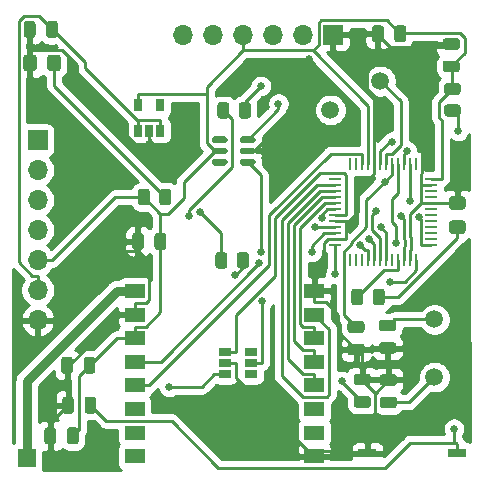
<source format=gtl>
G04 #@! TF.GenerationSoftware,KiCad,Pcbnew,5.1.7-a382d34a8~88~ubuntu18.04.1*
G04 #@! TF.CreationDate,2021-11-20T11:26:47+05:30*
G04 #@! TF.ProjectId,FrontEnd_switch_Normal_v1,46726f6e-7445-46e6-945f-737769746368,rev?*
G04 #@! TF.SameCoordinates,Original*
G04 #@! TF.FileFunction,Copper,L1,Top*
G04 #@! TF.FilePolarity,Positive*
%FSLAX46Y46*%
G04 Gerber Fmt 4.6, Leading zero omitted, Abs format (unit mm)*
G04 Created by KiCad (PCBNEW 5.1.7-a382d34a8~88~ubuntu18.04.1) date 2021-11-20 11:26:47*
%MOMM*%
%LPD*%
G01*
G04 APERTURE LIST*
G04 #@! TA.AperFunction,ComponentPad*
%ADD10O,1.700000X1.700000*%
G04 #@! TD*
G04 #@! TA.AperFunction,ComponentPad*
%ADD11R,1.700000X1.700000*%
G04 #@! TD*
G04 #@! TA.AperFunction,SMDPad,CuDef*
%ADD12R,1.000000X0.230000*%
G04 #@! TD*
G04 #@! TA.AperFunction,SMDPad,CuDef*
%ADD13R,0.230000X1.000000*%
G04 #@! TD*
G04 #@! TA.AperFunction,ComponentPad*
%ADD14R,1.524000X1.524000*%
G04 #@! TD*
G04 #@! TA.AperFunction,SMDPad,CuDef*
%ADD15R,1.600000X0.760000*%
G04 #@! TD*
G04 #@! TA.AperFunction,SMDPad,CuDef*
%ADD16R,0.650000X1.060000*%
G04 #@! TD*
G04 #@! TA.AperFunction,SMDPad,CuDef*
%ADD17R,1.700000X1.200000*%
G04 #@! TD*
G04 #@! TA.AperFunction,SMDPad,CuDef*
%ADD18R,1.060000X0.650000*%
G04 #@! TD*
G04 #@! TA.AperFunction,ComponentPad*
%ADD19C,1.500000*%
G04 #@! TD*
G04 #@! TA.AperFunction,ViaPad*
%ADD20C,0.650000*%
G04 #@! TD*
G04 #@! TA.AperFunction,Conductor*
%ADD21C,0.800000*%
G04 #@! TD*
G04 #@! TA.AperFunction,Conductor*
%ADD22C,0.250000*%
G04 #@! TD*
G04 #@! TA.AperFunction,Conductor*
%ADD23C,0.254000*%
G04 #@! TD*
G04 #@! TA.AperFunction,Conductor*
%ADD24C,0.150000*%
G04 #@! TD*
G04 APERTURE END LIST*
G04 #@! TA.AperFunction,SMDPad,CuDef*
G36*
G01*
X114301000Y-92545200D02*
X114301000Y-92727600D01*
G75*
G02*
X114107200Y-92921400I-193800J0D01*
G01*
X113144800Y-92921400D01*
G75*
G02*
X112951000Y-92727600I0J193800D01*
G01*
X112951000Y-92545200D01*
G75*
G02*
X113144800Y-92351400I193800J0D01*
G01*
X114107200Y-92351400D01*
G75*
G02*
X114301000Y-92545200I0J-193800D01*
G01*
G37*
G04 #@! TD.AperFunction*
G04 #@! TA.AperFunction,SMDPad,CuDef*
G36*
G01*
X114301000Y-91595200D02*
X114301000Y-91777600D01*
G75*
G02*
X114107200Y-91971400I-193800J0D01*
G01*
X113144800Y-91971400D01*
G75*
G02*
X112951000Y-91777600I0J193800D01*
G01*
X112951000Y-91595200D01*
G75*
G02*
X113144800Y-91401400I193800J0D01*
G01*
X114107200Y-91401400D01*
G75*
G02*
X114301000Y-91595200I0J-193800D01*
G01*
G37*
G04 #@! TD.AperFunction*
G04 #@! TA.AperFunction,SMDPad,CuDef*
G36*
G01*
X114301000Y-90645200D02*
X114301000Y-90827600D01*
G75*
G02*
X114107200Y-91021400I-193800J0D01*
G01*
X113144800Y-91021400D01*
G75*
G02*
X112951000Y-90827600I0J193800D01*
G01*
X112951000Y-90645200D01*
G75*
G02*
X113144800Y-90451400I193800J0D01*
G01*
X114107200Y-90451400D01*
G75*
G02*
X114301000Y-90645200I0J-193800D01*
G01*
G37*
G04 #@! TD.AperFunction*
G04 #@! TA.AperFunction,SMDPad,CuDef*
G36*
G01*
X116671000Y-90645200D02*
X116671000Y-90827600D01*
G75*
G02*
X116477200Y-91021400I-193800J0D01*
G01*
X115514800Y-91021400D01*
G75*
G02*
X115321000Y-90827600I0J193800D01*
G01*
X115321000Y-90645200D01*
G75*
G02*
X115514800Y-90451400I193800J0D01*
G01*
X116477200Y-90451400D01*
G75*
G02*
X116671000Y-90645200I0J-193800D01*
G01*
G37*
G04 #@! TD.AperFunction*
G04 #@! TA.AperFunction,SMDPad,CuDef*
G36*
G01*
X116671000Y-91595200D02*
X116671000Y-91777600D01*
G75*
G02*
X116477200Y-91971400I-193800J0D01*
G01*
X115514800Y-91971400D01*
G75*
G02*
X115321000Y-91777600I0J193800D01*
G01*
X115321000Y-91595200D01*
G75*
G02*
X115514800Y-91401400I193800J0D01*
G01*
X116477200Y-91401400D01*
G75*
G02*
X116671000Y-91595200I0J-193800D01*
G01*
G37*
G04 #@! TD.AperFunction*
G04 #@! TA.AperFunction,SMDPad,CuDef*
G36*
G01*
X116671000Y-92545200D02*
X116671000Y-92727600D01*
G75*
G02*
X116477200Y-92921400I-193800J0D01*
G01*
X115514800Y-92921400D01*
G75*
G02*
X115321000Y-92727600I0J193800D01*
G01*
X115321000Y-92545200D01*
G75*
G02*
X115514800Y-92351400I193800J0D01*
G01*
X116477200Y-92351400D01*
G75*
G02*
X116671000Y-92545200I0J-193800D01*
G01*
G37*
G04 #@! TD.AperFunction*
G04 #@! TA.AperFunction,SMDPad,CuDef*
G36*
G01*
X133293999Y-97568100D02*
X134194001Y-97568100D01*
G75*
G02*
X134444000Y-97818099I0J-249999D01*
G01*
X134444000Y-98468101D01*
G75*
G02*
X134194001Y-98718100I-249999J0D01*
G01*
X133293999Y-98718100D01*
G75*
G02*
X133044000Y-98468101I0J249999D01*
G01*
X133044000Y-97818099D01*
G75*
G02*
X133293999Y-97568100I249999J0D01*
G01*
G37*
G04 #@! TD.AperFunction*
G04 #@! TA.AperFunction,SMDPad,CuDef*
G36*
G01*
X133293999Y-95518100D02*
X134194001Y-95518100D01*
G75*
G02*
X134444000Y-95768099I0J-249999D01*
G01*
X134444000Y-96418101D01*
G75*
G02*
X134194001Y-96668100I-249999J0D01*
G01*
X133293999Y-96668100D01*
G75*
G02*
X133044000Y-96418101I0J249999D01*
G01*
X133044000Y-95768099D01*
G75*
G02*
X133293999Y-95518100I249999J0D01*
G01*
G37*
G04 #@! TD.AperFunction*
G04 #@! TA.AperFunction,SMDPad,CuDef*
G36*
G01*
X99035000Y-84678901D02*
X99035000Y-83778899D01*
G75*
G02*
X99284999Y-83528900I249999J0D01*
G01*
X99935001Y-83528900D01*
G75*
G02*
X100185000Y-83778899I0J-249999D01*
G01*
X100185000Y-84678901D01*
G75*
G02*
X99935001Y-84928900I-249999J0D01*
G01*
X99284999Y-84928900D01*
G75*
G02*
X99035000Y-84678901I0J249999D01*
G01*
G37*
G04 #@! TD.AperFunction*
G04 #@! TA.AperFunction,SMDPad,CuDef*
G36*
G01*
X96985000Y-84678901D02*
X96985000Y-83778899D01*
G75*
G02*
X97234999Y-83528900I249999J0D01*
G01*
X97885001Y-83528900D01*
G75*
G02*
X98135000Y-83778899I0J-249999D01*
G01*
X98135000Y-84678901D01*
G75*
G02*
X97885001Y-84928900I-249999J0D01*
G01*
X97234999Y-84928900D01*
G75*
G02*
X96985000Y-84678901I0J249999D01*
G01*
G37*
G04 #@! TD.AperFunction*
G04 #@! TA.AperFunction,SMDPad,CuDef*
G36*
G01*
X114449000Y-87802299D02*
X114449000Y-88702301D01*
G75*
G02*
X114199001Y-88952300I-249999J0D01*
G01*
X113673999Y-88952300D01*
G75*
G02*
X113424000Y-88702301I0J249999D01*
G01*
X113424000Y-87802299D01*
G75*
G02*
X113673999Y-87552300I249999J0D01*
G01*
X114199001Y-87552300D01*
G75*
G02*
X114449000Y-87802299I0J-249999D01*
G01*
G37*
G04 #@! TD.AperFunction*
G04 #@! TA.AperFunction,SMDPad,CuDef*
G36*
G01*
X116274000Y-87802299D02*
X116274000Y-88702301D01*
G75*
G02*
X116024001Y-88952300I-249999J0D01*
G01*
X115498999Y-88952300D01*
G75*
G02*
X115249000Y-88702301I0J249999D01*
G01*
X115249000Y-87802299D01*
G75*
G02*
X115498999Y-87552300I249999J0D01*
G01*
X116024001Y-87552300D01*
G75*
G02*
X116274000Y-87802299I0J-249999D01*
G01*
G37*
G04 #@! TD.AperFunction*
G04 #@! TA.AperFunction,SMDPad,CuDef*
G36*
G01*
X114284000Y-100494999D02*
X114284000Y-101395001D01*
G75*
G02*
X114034001Y-101645000I-249999J0D01*
G01*
X113508999Y-101645000D01*
G75*
G02*
X113259000Y-101395001I0J249999D01*
G01*
X113259000Y-100494999D01*
G75*
G02*
X113508999Y-100245000I249999J0D01*
G01*
X114034001Y-100245000D01*
G75*
G02*
X114284000Y-100494999I0J-249999D01*
G01*
G37*
G04 #@! TD.AperFunction*
G04 #@! TA.AperFunction,SMDPad,CuDef*
G36*
G01*
X116109000Y-100494999D02*
X116109000Y-101395001D01*
G75*
G02*
X115859001Y-101645000I-249999J0D01*
G01*
X115333999Y-101645000D01*
G75*
G02*
X115084000Y-101395001I0J249999D01*
G01*
X115084000Y-100494999D01*
G75*
G02*
X115333999Y-100245000I249999J0D01*
G01*
X115859001Y-100245000D01*
G75*
G02*
X116109000Y-100494999I0J-249999D01*
G01*
G37*
G04 #@! TD.AperFunction*
G04 #@! TA.AperFunction,SMDPad,CuDef*
G36*
G01*
X125800000Y-103598999D02*
X125800000Y-104499001D01*
G75*
G02*
X125550001Y-104749000I-249999J0D01*
G01*
X125024999Y-104749000D01*
G75*
G02*
X124775000Y-104499001I0J249999D01*
G01*
X124775000Y-103598999D01*
G75*
G02*
X125024999Y-103349000I249999J0D01*
G01*
X125550001Y-103349000D01*
G75*
G02*
X125800000Y-103598999I0J-249999D01*
G01*
G37*
G04 #@! TD.AperFunction*
G04 #@! TA.AperFunction,SMDPad,CuDef*
G36*
G01*
X127625000Y-103598999D02*
X127625000Y-104499001D01*
G75*
G02*
X127375001Y-104749000I-249999J0D01*
G01*
X126849999Y-104749000D01*
G75*
G02*
X126600000Y-104499001I0J249999D01*
G01*
X126600000Y-103598999D01*
G75*
G02*
X126849999Y-103349000I249999J0D01*
G01*
X127375001Y-103349000D01*
G75*
G02*
X127625000Y-103598999I0J-249999D01*
G01*
G37*
G04 #@! TD.AperFunction*
G04 #@! TA.AperFunction,SMDPad,CuDef*
G36*
G01*
X132881999Y-87743600D02*
X133782001Y-87743600D01*
G75*
G02*
X134032000Y-87993599I0J-249999D01*
G01*
X134032000Y-88518601D01*
G75*
G02*
X133782001Y-88768600I-249999J0D01*
G01*
X132881999Y-88768600D01*
G75*
G02*
X132632000Y-88518601I0J249999D01*
G01*
X132632000Y-87993599D01*
G75*
G02*
X132881999Y-87743600I249999J0D01*
G01*
G37*
G04 #@! TD.AperFunction*
G04 #@! TA.AperFunction,SMDPad,CuDef*
G36*
G01*
X132881999Y-85918600D02*
X133782001Y-85918600D01*
G75*
G02*
X134032000Y-86168599I0J-249999D01*
G01*
X134032000Y-86693601D01*
G75*
G02*
X133782001Y-86943600I-249999J0D01*
G01*
X132881999Y-86943600D01*
G75*
G02*
X132632000Y-86693601I0J249999D01*
G01*
X132632000Y-86168599D01*
G75*
G02*
X132881999Y-85918600I249999J0D01*
G01*
G37*
G04 #@! TD.AperFunction*
G04 #@! TA.AperFunction,SMDPad,CuDef*
G36*
G01*
X107723000Y-95135299D02*
X107723000Y-96035301D01*
G75*
G02*
X107473001Y-96285300I-249999J0D01*
G01*
X106947999Y-96285300D01*
G75*
G02*
X106698000Y-96035301I0J249999D01*
G01*
X106698000Y-95135299D01*
G75*
G02*
X106947999Y-94885300I249999J0D01*
G01*
X107473001Y-94885300D01*
G75*
G02*
X107723000Y-95135299I0J-249999D01*
G01*
G37*
G04 #@! TD.AperFunction*
G04 #@! TA.AperFunction,SMDPad,CuDef*
G36*
G01*
X109548000Y-95135299D02*
X109548000Y-96035301D01*
G75*
G02*
X109298001Y-96285300I-249999J0D01*
G01*
X108772999Y-96285300D01*
G75*
G02*
X108523000Y-96035301I0J249999D01*
G01*
X108523000Y-95135299D01*
G75*
G02*
X108772999Y-94885300I249999J0D01*
G01*
X109298001Y-94885300D01*
G75*
G02*
X109548000Y-95135299I0J-249999D01*
G01*
G37*
G04 #@! TD.AperFunction*
D10*
X98221900Y-106001000D03*
X98221900Y-103461000D03*
X98221900Y-100921000D03*
X98221900Y-98381000D03*
X98221900Y-95841000D03*
X98221900Y-93301000D03*
D11*
X98221900Y-90761000D03*
G04 #@! TA.AperFunction,SMDPad,CuDef*
G36*
G01*
X102108000Y-110307000D02*
X102108000Y-109357000D01*
G75*
G02*
X102358000Y-109107000I250000J0D01*
G01*
X102858000Y-109107000D01*
G75*
G02*
X103108000Y-109357000I0J-250000D01*
G01*
X103108000Y-110307000D01*
G75*
G02*
X102858000Y-110557000I-250000J0D01*
G01*
X102358000Y-110557000D01*
G75*
G02*
X102108000Y-110307000I0J250000D01*
G01*
G37*
G04 #@! TD.AperFunction*
G04 #@! TA.AperFunction,SMDPad,CuDef*
G36*
G01*
X100208000Y-110307000D02*
X100208000Y-109357000D01*
G75*
G02*
X100458000Y-109107000I250000J0D01*
G01*
X100958000Y-109107000D01*
G75*
G02*
X101208000Y-109357000I0J-250000D01*
G01*
X101208000Y-110307000D01*
G75*
G02*
X100958000Y-110557000I-250000J0D01*
G01*
X100458000Y-110557000D01*
G75*
G02*
X100208000Y-110307000I0J250000D01*
G01*
G37*
G04 #@! TD.AperFunction*
G04 #@! TA.AperFunction,SMDPad,CuDef*
G36*
G01*
X100691000Y-116284000D02*
X100691000Y-115334000D01*
G75*
G02*
X100941000Y-115084000I250000J0D01*
G01*
X101441000Y-115084000D01*
G75*
G02*
X101691000Y-115334000I0J-250000D01*
G01*
X101691000Y-116284000D01*
G75*
G02*
X101441000Y-116534000I-250000J0D01*
G01*
X100941000Y-116534000D01*
G75*
G02*
X100691000Y-116284000I0J250000D01*
G01*
G37*
G04 #@! TD.AperFunction*
G04 #@! TA.AperFunction,SMDPad,CuDef*
G36*
G01*
X98791000Y-116284000D02*
X98791000Y-115334000D01*
G75*
G02*
X99041000Y-115084000I250000J0D01*
G01*
X99541000Y-115084000D01*
G75*
G02*
X99791000Y-115334000I0J-250000D01*
G01*
X99791000Y-116284000D01*
G75*
G02*
X99541000Y-116534000I-250000J0D01*
G01*
X99041000Y-116534000D01*
G75*
G02*
X98791000Y-116284000I0J250000D01*
G01*
G37*
G04 #@! TD.AperFunction*
G04 #@! TA.AperFunction,SMDPad,CuDef*
G36*
G01*
X128425000Y-82242700D02*
X128425000Y-81292700D01*
G75*
G02*
X128675000Y-81042700I250000J0D01*
G01*
X129175000Y-81042700D01*
G75*
G02*
X129425000Y-81292700I0J-250000D01*
G01*
X129425000Y-82242700D01*
G75*
G02*
X129175000Y-82492700I-250000J0D01*
G01*
X128675000Y-82492700D01*
G75*
G02*
X128425000Y-82242700I0J250000D01*
G01*
G37*
G04 #@! TD.AperFunction*
G04 #@! TA.AperFunction,SMDPad,CuDef*
G36*
G01*
X126525000Y-82242700D02*
X126525000Y-81292700D01*
G75*
G02*
X126775000Y-81042700I250000J0D01*
G01*
X127275000Y-81042700D01*
G75*
G02*
X127525000Y-81292700I0J-250000D01*
G01*
X127525000Y-82242700D01*
G75*
G02*
X127275000Y-82492700I-250000J0D01*
G01*
X126775000Y-82492700D01*
G75*
G02*
X126525000Y-82242700I0J250000D01*
G01*
G37*
G04 #@! TD.AperFunction*
G04 #@! TA.AperFunction,SMDPad,CuDef*
G36*
G01*
X108105000Y-99819500D02*
X108105000Y-98869500D01*
G75*
G02*
X108355000Y-98619500I250000J0D01*
G01*
X108855000Y-98619500D01*
G75*
G02*
X109105000Y-98869500I0J-250000D01*
G01*
X109105000Y-99819500D01*
G75*
G02*
X108855000Y-100069500I-250000J0D01*
G01*
X108355000Y-100069500D01*
G75*
G02*
X108105000Y-99819500I0J250000D01*
G01*
G37*
G04 #@! TD.AperFunction*
G04 #@! TA.AperFunction,SMDPad,CuDef*
G36*
G01*
X106205000Y-99819500D02*
X106205000Y-98869500D01*
G75*
G02*
X106455000Y-98619500I250000J0D01*
G01*
X106955000Y-98619500D01*
G75*
G02*
X107205000Y-98869500I0J-250000D01*
G01*
X107205000Y-99819500D01*
G75*
G02*
X106955000Y-100069500I-250000J0D01*
G01*
X106455000Y-100069500D01*
G75*
G02*
X106205000Y-99819500I0J250000D01*
G01*
G37*
G04 #@! TD.AperFunction*
G04 #@! TA.AperFunction,SMDPad,CuDef*
G36*
G01*
X126175000Y-111534000D02*
X125225000Y-111534000D01*
G75*
G02*
X124975000Y-111284000I0J250000D01*
G01*
X124975000Y-110784000D01*
G75*
G02*
X125225000Y-110534000I250000J0D01*
G01*
X126175000Y-110534000D01*
G75*
G02*
X126425000Y-110784000I0J-250000D01*
G01*
X126425000Y-111284000D01*
G75*
G02*
X126175000Y-111534000I-250000J0D01*
G01*
G37*
G04 #@! TD.AperFunction*
G04 #@! TA.AperFunction,SMDPad,CuDef*
G36*
G01*
X126175000Y-113434000D02*
X125225000Y-113434000D01*
G75*
G02*
X124975000Y-113184000I0J250000D01*
G01*
X124975000Y-112684000D01*
G75*
G02*
X125225000Y-112434000I250000J0D01*
G01*
X126175000Y-112434000D01*
G75*
G02*
X126425000Y-112684000I0J-250000D01*
G01*
X126425000Y-113184000D01*
G75*
G02*
X126175000Y-113434000I-250000J0D01*
G01*
G37*
G04 #@! TD.AperFunction*
G04 #@! TA.AperFunction,SMDPad,CuDef*
G36*
G01*
X124699000Y-107991000D02*
X125649000Y-107991000D01*
G75*
G02*
X125899000Y-108241000I0J-250000D01*
G01*
X125899000Y-108741000D01*
G75*
G02*
X125649000Y-108991000I-250000J0D01*
G01*
X124699000Y-108991000D01*
G75*
G02*
X124449000Y-108741000I0J250000D01*
G01*
X124449000Y-108241000D01*
G75*
G02*
X124699000Y-107991000I250000J0D01*
G01*
G37*
G04 #@! TD.AperFunction*
G04 #@! TA.AperFunction,SMDPad,CuDef*
G36*
G01*
X124699000Y-106091000D02*
X125649000Y-106091000D01*
G75*
G02*
X125899000Y-106341000I0J-250000D01*
G01*
X125899000Y-106841000D01*
G75*
G02*
X125649000Y-107091000I-250000J0D01*
G01*
X124699000Y-107091000D01*
G75*
G02*
X124449000Y-106841000I0J250000D01*
G01*
X124449000Y-106341000D01*
G75*
G02*
X124699000Y-106091000I250000J0D01*
G01*
G37*
G04 #@! TD.AperFunction*
G04 #@! TA.AperFunction,SMDPad,CuDef*
G36*
G01*
X128387000Y-111574000D02*
X127437000Y-111574000D01*
G75*
G02*
X127187000Y-111324000I0J250000D01*
G01*
X127187000Y-110824000D01*
G75*
G02*
X127437000Y-110574000I250000J0D01*
G01*
X128387000Y-110574000D01*
G75*
G02*
X128637000Y-110824000I0J-250000D01*
G01*
X128637000Y-111324000D01*
G75*
G02*
X128387000Y-111574000I-250000J0D01*
G01*
G37*
G04 #@! TD.AperFunction*
G04 #@! TA.AperFunction,SMDPad,CuDef*
G36*
G01*
X128387000Y-113474000D02*
X127437000Y-113474000D01*
G75*
G02*
X127187000Y-113224000I0J250000D01*
G01*
X127187000Y-112724000D01*
G75*
G02*
X127437000Y-112474000I250000J0D01*
G01*
X128387000Y-112474000D01*
G75*
G02*
X128637000Y-112724000I0J-250000D01*
G01*
X128637000Y-113224000D01*
G75*
G02*
X128387000Y-113474000I-250000J0D01*
G01*
G37*
G04 #@! TD.AperFunction*
G04 #@! TA.AperFunction,SMDPad,CuDef*
G36*
G01*
X127371000Y-107867000D02*
X128321000Y-107867000D01*
G75*
G02*
X128571000Y-108117000I0J-250000D01*
G01*
X128571000Y-108617000D01*
G75*
G02*
X128321000Y-108867000I-250000J0D01*
G01*
X127371000Y-108867000D01*
G75*
G02*
X127121000Y-108617000I0J250000D01*
G01*
X127121000Y-108117000D01*
G75*
G02*
X127371000Y-107867000I250000J0D01*
G01*
G37*
G04 #@! TD.AperFunction*
G04 #@! TA.AperFunction,SMDPad,CuDef*
G36*
G01*
X127371000Y-105967000D02*
X128321000Y-105967000D01*
G75*
G02*
X128571000Y-106217000I0J-250000D01*
G01*
X128571000Y-106717000D01*
G75*
G02*
X128321000Y-106967000I-250000J0D01*
G01*
X127371000Y-106967000D01*
G75*
G02*
X127121000Y-106717000I0J250000D01*
G01*
X127121000Y-106217000D01*
G75*
G02*
X127371000Y-105967000I250000J0D01*
G01*
G37*
G04 #@! TD.AperFunction*
G04 #@! TA.AperFunction,SMDPad,CuDef*
G36*
G01*
X102187000Y-113685000D02*
X102187000Y-112735000D01*
G75*
G02*
X102437000Y-112485000I250000J0D01*
G01*
X102937000Y-112485000D01*
G75*
G02*
X103187000Y-112735000I0J-250000D01*
G01*
X103187000Y-113685000D01*
G75*
G02*
X102937000Y-113935000I-250000J0D01*
G01*
X102437000Y-113935000D01*
G75*
G02*
X102187000Y-113685000I0J250000D01*
G01*
G37*
G04 #@! TD.AperFunction*
G04 #@! TA.AperFunction,SMDPad,CuDef*
G36*
G01*
X100287000Y-113685000D02*
X100287000Y-112735000D01*
G75*
G02*
X100537000Y-112485000I250000J0D01*
G01*
X101037000Y-112485000D01*
G75*
G02*
X101287000Y-112735000I0J-250000D01*
G01*
X101287000Y-113685000D01*
G75*
G02*
X101037000Y-113935000I-250000J0D01*
G01*
X100537000Y-113935000D01*
G75*
G02*
X100287000Y-113685000I0J250000D01*
G01*
G37*
G04 #@! TD.AperFunction*
G04 #@! TA.AperFunction,SMDPad,CuDef*
G36*
G01*
X132758000Y-84031200D02*
X133708000Y-84031200D01*
G75*
G02*
X133958000Y-84281200I0J-250000D01*
G01*
X133958000Y-84781200D01*
G75*
G02*
X133708000Y-85031200I-250000J0D01*
G01*
X132758000Y-85031200D01*
G75*
G02*
X132508000Y-84781200I0J250000D01*
G01*
X132508000Y-84281200D01*
G75*
G02*
X132758000Y-84031200I250000J0D01*
G01*
G37*
G04 #@! TD.AperFunction*
G04 #@! TA.AperFunction,SMDPad,CuDef*
G36*
G01*
X132758000Y-82131200D02*
X133708000Y-82131200D01*
G75*
G02*
X133958000Y-82381200I0J-250000D01*
G01*
X133958000Y-82881200D01*
G75*
G02*
X133708000Y-83131200I-250000J0D01*
G01*
X132758000Y-83131200D01*
G75*
G02*
X132508000Y-82881200I0J250000D01*
G01*
X132508000Y-82381200D01*
G75*
G02*
X132758000Y-82131200I250000J0D01*
G01*
G37*
G04 #@! TD.AperFunction*
G04 #@! TA.AperFunction,SMDPad,CuDef*
G36*
G01*
X98941000Y-81869300D02*
X98941000Y-80919300D01*
G75*
G02*
X99191000Y-80669300I250000J0D01*
G01*
X99691000Y-80669300D01*
G75*
G02*
X99941000Y-80919300I0J-250000D01*
G01*
X99941000Y-81869300D01*
G75*
G02*
X99691000Y-82119300I-250000J0D01*
G01*
X99191000Y-82119300D01*
G75*
G02*
X98941000Y-81869300I0J250000D01*
G01*
G37*
G04 #@! TD.AperFunction*
G04 #@! TA.AperFunction,SMDPad,CuDef*
G36*
G01*
X97041000Y-81869300D02*
X97041000Y-80919300D01*
G75*
G02*
X97291000Y-80669300I250000J0D01*
G01*
X97791000Y-80669300D01*
G75*
G02*
X98041000Y-80919300I0J-250000D01*
G01*
X98041000Y-81869300D01*
G75*
G02*
X97791000Y-82119300I-250000J0D01*
G01*
X97291000Y-82119300D01*
G75*
G02*
X97041000Y-81869300I0J250000D01*
G01*
G37*
G04 #@! TD.AperFunction*
D10*
X110523000Y-81833700D03*
X113063000Y-81833700D03*
X115603000Y-81833700D03*
X118143000Y-81833700D03*
X120683000Y-81833700D03*
D11*
X123223000Y-81833700D03*
D12*
X131559000Y-99133700D03*
D13*
X130289000Y-92783700D03*
X129781000Y-92783700D03*
X129273000Y-92783700D03*
X128765000Y-92783700D03*
X128257000Y-92783700D03*
X127749000Y-92783700D03*
X127241000Y-92783700D03*
X126733000Y-92783700D03*
X126225000Y-92783700D03*
X125717000Y-92783700D03*
X125209000Y-92783700D03*
X124701000Y-92783700D03*
D12*
X123431000Y-94053700D03*
X123431000Y-94561700D03*
X123431000Y-95577700D03*
X123431000Y-96085700D03*
X123431000Y-96593700D03*
X123431000Y-97101700D03*
X123431000Y-97609700D03*
X123431000Y-98117700D03*
X123431000Y-98625700D03*
X123431000Y-99133700D03*
X123431000Y-99641700D03*
D13*
X125209000Y-100911700D03*
X125717000Y-100911700D03*
X126225000Y-100911700D03*
X126733000Y-100911700D03*
X127241000Y-100911700D03*
X127749000Y-100911700D03*
X128257000Y-100911700D03*
X128765000Y-100911700D03*
X129273000Y-100911700D03*
X129781000Y-100911700D03*
X130289000Y-100911700D03*
D12*
X131559000Y-99641700D03*
X131559000Y-98625700D03*
X131559000Y-98117700D03*
X131559000Y-97609700D03*
X131559000Y-97101700D03*
X131559000Y-96593700D03*
X131559000Y-96085700D03*
X131559000Y-95577700D03*
X131559000Y-95069700D03*
X131559000Y-94561700D03*
X131559000Y-94053700D03*
D13*
X124701000Y-100911700D03*
D12*
X123431000Y-95069700D03*
D14*
X97287100Y-117704000D03*
D15*
X133764000Y-117282000D03*
X126144000Y-117282000D03*
D16*
X106705000Y-87756800D03*
X108605000Y-87756800D03*
X108605000Y-89956800D03*
X107655000Y-89956800D03*
X106705000Y-89956800D03*
D17*
X106426000Y-103533000D03*
X106426000Y-105533000D03*
X106426000Y-107533000D03*
X106426000Y-109533000D03*
X106426000Y-111533000D03*
X106426000Y-113533000D03*
X106426000Y-115533000D03*
X106426000Y-117533000D03*
X121656000Y-117533000D03*
X121656000Y-115533000D03*
X121656000Y-113533000D03*
X121656000Y-111533000D03*
X121656000Y-109533000D03*
X121656000Y-107533000D03*
X121656000Y-105533000D03*
X121656000Y-103533000D03*
D18*
X114089000Y-108687000D03*
X114089000Y-109637000D03*
X114089000Y-110587000D03*
X116289000Y-110587000D03*
X116289000Y-108687000D03*
X116289000Y-109637000D03*
D19*
X131796000Y-105951000D03*
X131796000Y-110831000D03*
X127223204Y-85774200D03*
X122997000Y-88214200D03*
D20*
X121225700Y-83873300D03*
X107655000Y-91069600D03*
X128008700Y-102736700D03*
X117194300Y-104420600D03*
X123431000Y-102096900D03*
X133834700Y-89994200D03*
X128242500Y-90908600D03*
X133458400Y-115209400D03*
X129483100Y-91698300D03*
X128587800Y-99477800D03*
X127604300Y-94283300D03*
X123995500Y-111150500D03*
X127256600Y-98120600D03*
X126889300Y-96742200D03*
X128949500Y-97148900D03*
X130482500Y-97299200D03*
X111941400Y-96835900D03*
X126266100Y-99111000D03*
X121731100Y-98117700D03*
X122259000Y-97372200D03*
X129781000Y-95946000D03*
X116972100Y-101211500D03*
X109352000Y-111645800D03*
X114956000Y-102214100D03*
X111027900Y-97222600D03*
X125531300Y-99649600D03*
X117113900Y-86172100D03*
X118603100Y-87682900D03*
X117119000Y-100214200D03*
X121424500Y-100214200D03*
D21*
X106426000Y-103533000D02*
X104925700Y-103533000D01*
X104925700Y-103533000D02*
X97287100Y-111171600D01*
X97287100Y-111171600D02*
X97287100Y-117704000D01*
D22*
X106705000Y-89051500D02*
X106591800Y-89051500D01*
X106591800Y-89051500D02*
X102225100Y-84684800D01*
X102225100Y-84684800D02*
X102225100Y-84178400D01*
X102225100Y-84178400D02*
X99441000Y-81394300D01*
X106705000Y-89504100D02*
X106705000Y-89051500D01*
X106705000Y-89051500D02*
X108605000Y-89051500D01*
X108605000Y-89956800D02*
X108605000Y-89051500D01*
X98221900Y-103461000D02*
X98221900Y-102235700D01*
X98221900Y-102235700D02*
X97762400Y-102235700D01*
X97762400Y-102235700D02*
X96595700Y-101069000D01*
X96595700Y-101069000D02*
X96595700Y-80716900D01*
X96595700Y-80716900D02*
X97030000Y-80282600D01*
X97030000Y-80282600D02*
X98329300Y-80282600D01*
X98329300Y-80282600D02*
X99441000Y-81394300D01*
X106705000Y-89956800D02*
X106705000Y-89504100D01*
X126733000Y-92783700D02*
X126733000Y-93659000D01*
X126733000Y-93659000D02*
X125353500Y-95038500D01*
X125353500Y-95038500D02*
X125353500Y-96822500D01*
X125353500Y-96822500D02*
X124566300Y-97609700D01*
X124566300Y-97609700D02*
X124306300Y-97609700D01*
X128078400Y-82887100D02*
X126068900Y-84896600D01*
X126068900Y-84896600D02*
X126068900Y-86370000D01*
X126068900Y-86370000D02*
X126733000Y-87034100D01*
X126733000Y-87034100D02*
X126733000Y-92783700D01*
X123431000Y-97609700D02*
X124306300Y-97609700D01*
X123431000Y-99133700D02*
X124306300Y-99133700D01*
X124306300Y-99133700D02*
X124306300Y-97609700D01*
X121656000Y-102557700D02*
X122439600Y-101774100D01*
X122439600Y-101774100D02*
X122439600Y-99481200D01*
X122439600Y-99481200D02*
X122787100Y-99133700D01*
X122787100Y-99133700D02*
X123431000Y-99133700D01*
X121225700Y-83873300D02*
X121225700Y-86960500D01*
X121225700Y-86960500D02*
X116499800Y-91686400D01*
X116499800Y-91686400D02*
X115996000Y-91686400D01*
X121656000Y-103533000D02*
X121656000Y-104508300D01*
X125174000Y-108491000D02*
X123678200Y-106995200D01*
X123678200Y-106995200D02*
X123678200Y-105555200D01*
X123678200Y-105555200D02*
X122631300Y-104508300D01*
X122631300Y-104508300D02*
X121656000Y-104508300D01*
X125700000Y-111034000D02*
X125700000Y-109017000D01*
X125700000Y-109017000D02*
X125174000Y-108491000D01*
X121656000Y-103533000D02*
X121656000Y-102557700D01*
X100787000Y-109911000D02*
X100787000Y-113210000D01*
X100708000Y-109832000D02*
X100787000Y-109911000D01*
X100787000Y-109911000D02*
X100822700Y-109911000D01*
X100822700Y-109911000D02*
X105200700Y-105533000D01*
X121656000Y-117045300D02*
X121127500Y-117045300D01*
X121127500Y-117045300D02*
X114994300Y-110912100D01*
X114994300Y-110912100D02*
X114994300Y-109637000D01*
X97560000Y-83142500D02*
X97560000Y-84228900D01*
X97541000Y-81394300D02*
X97560000Y-81413300D01*
X97560000Y-81413300D02*
X97560000Y-83142500D01*
X97560000Y-83142500D02*
X100255000Y-83142500D01*
X100255000Y-83142500D02*
X101547800Y-84435300D01*
X101547800Y-84435300D02*
X101547800Y-86198900D01*
X101547800Y-86198900D02*
X106418500Y-91069600D01*
X106418500Y-91069600D02*
X107655000Y-91069600D01*
X98221900Y-106001000D02*
X99447200Y-106001000D01*
X106705000Y-100177800D02*
X105270400Y-100177800D01*
X105270400Y-100177800D02*
X99447200Y-106001000D01*
X106705000Y-100177800D02*
X106705000Y-99344500D01*
X106426000Y-104557700D02*
X107401300Y-104557700D01*
X107401300Y-104557700D02*
X107651400Y-104307600D01*
X107651400Y-104307600D02*
X107651400Y-101124200D01*
X107651400Y-101124200D02*
X106705000Y-100177800D01*
X126806000Y-112140000D02*
X125700000Y-111034000D01*
X126144000Y-116526700D02*
X126806000Y-115864700D01*
X126806000Y-115864700D02*
X126806000Y-112140000D01*
X126806000Y-112140000D02*
X126846000Y-112140000D01*
X126846000Y-112140000D02*
X127912000Y-111074000D01*
X126144000Y-117282000D02*
X126144000Y-116526700D01*
X130683700Y-94561700D02*
X130683700Y-96085700D01*
X130792400Y-82887100D02*
X130792400Y-93540300D01*
X130792400Y-93540300D02*
X130683700Y-93649000D01*
X130683700Y-93649000D02*
X130683700Y-94561700D01*
X130792400Y-82887100D02*
X132977100Y-82887100D01*
X132977100Y-82887100D02*
X133233000Y-82631200D01*
X128078400Y-82887100D02*
X130792400Y-82887100D01*
X131559000Y-94561700D02*
X130683700Y-94561700D01*
X129781000Y-100911700D02*
X129781000Y-100036400D01*
X129781000Y-100036400D02*
X129788400Y-100029000D01*
X129788400Y-100029000D02*
X129788400Y-98980300D01*
X129788400Y-98980300D02*
X129781000Y-98972900D01*
X129781000Y-98972900D02*
X129781000Y-96988400D01*
X129781000Y-96988400D02*
X130683700Y-96085700D01*
X100787000Y-113210000D02*
X99291000Y-114706000D01*
X99291000Y-114706000D02*
X99291000Y-115809000D01*
X132434300Y-96085700D02*
X133736600Y-96085700D01*
X133736600Y-96085700D02*
X133744000Y-96093100D01*
X131559000Y-96085700D02*
X132434300Y-96085700D01*
X131559000Y-96085700D02*
X130683700Y-96085700D01*
X107655000Y-90862100D02*
X107655000Y-91069600D01*
X107655000Y-89956800D02*
X107655000Y-90862100D01*
X114089000Y-109637000D02*
X114994300Y-109637000D01*
X126144000Y-117282000D02*
X124968700Y-117282000D01*
X121656000Y-117045300D02*
X124732000Y-117045300D01*
X124732000Y-117045300D02*
X124968700Y-117282000D01*
X121656000Y-117533000D02*
X121656000Y-117045300D01*
X106426000Y-105533000D02*
X105200700Y-105533000D01*
X127025000Y-81833700D02*
X128078400Y-82887100D01*
X127025000Y-81767700D02*
X127025000Y-81833700D01*
X127025000Y-81833700D02*
X124448300Y-81833700D01*
X123223000Y-81833700D02*
X124448300Y-81833700D01*
X106426000Y-105533000D02*
X106426000Y-104557700D01*
X127846000Y-108367000D02*
X127912000Y-108433000D01*
X127912000Y-108433000D02*
X127912000Y-111074000D01*
X121515900Y-83173000D02*
X115603000Y-83173000D01*
X126225000Y-92783700D02*
X126225000Y-87882100D01*
X126225000Y-87882100D02*
X121515900Y-83173000D01*
X128925000Y-81767700D02*
X127753200Y-80595900D01*
X127753200Y-80595900D02*
X122221000Y-80595900D01*
X122221000Y-80595900D02*
X121997600Y-80819300D01*
X121997600Y-80819300D02*
X121997600Y-82691300D01*
X121997600Y-82691300D02*
X121515900Y-83173000D01*
X115603000Y-83173000D02*
X115603000Y-83059000D01*
X112515600Y-86851500D02*
X112515600Y-86260400D01*
X112515600Y-86260400D02*
X115603000Y-83173000D01*
X102608000Y-109832000D02*
X101737000Y-110703000D01*
X101737000Y-110703000D02*
X101737000Y-115263000D01*
X101737000Y-115263000D02*
X101191000Y-115809000D01*
X106426000Y-107533000D02*
X104907000Y-107533000D01*
X104907000Y-107533000D02*
X102608000Y-109832000D01*
X128008700Y-102736700D02*
X129339300Y-102736700D01*
X129339300Y-102736700D02*
X130289000Y-101787000D01*
X130289000Y-100911700D02*
X130289000Y-101787000D01*
X117194300Y-109637000D02*
X117194300Y-104420600D01*
X116289000Y-109637000D02*
X117194300Y-109637000D01*
X123431000Y-99641700D02*
X123431000Y-102096900D01*
X113198500Y-91686400D02*
X112515600Y-91003500D01*
X112515600Y-91003500D02*
X112515600Y-86851500D01*
X106705000Y-86851500D02*
X112515600Y-86851500D01*
X106705000Y-87756800D02*
X106705000Y-86851500D01*
X113198500Y-91686400D02*
X113626000Y-91686400D01*
X108605000Y-96979800D02*
X109262500Y-96979800D01*
X109262500Y-96979800D02*
X110602100Y-95640200D01*
X110602100Y-95640200D02*
X110602100Y-94282800D01*
X110602100Y-94282800D02*
X113198500Y-91686400D01*
X115603000Y-81833700D02*
X115603000Y-83059000D01*
X108605000Y-96979800D02*
X107210500Y-95585300D01*
X108605000Y-99344500D02*
X108605000Y-96979800D01*
X133233000Y-84531200D02*
X134363200Y-83401000D01*
X134363200Y-83401000D02*
X134363200Y-82094800D01*
X134363200Y-82094800D02*
X133966200Y-81697800D01*
X133966200Y-81697800D02*
X128994900Y-81697800D01*
X128994900Y-81697800D02*
X128925000Y-81767700D01*
X106426000Y-106557700D02*
X107401300Y-106557700D01*
X107401300Y-106557700D02*
X108605000Y-105354000D01*
X108605000Y-105354000D02*
X108605000Y-99344500D01*
X98221900Y-100921000D02*
X99447200Y-100921000D01*
X99447200Y-100921000D02*
X104782900Y-95585300D01*
X104782900Y-95585300D02*
X107210500Y-95585300D01*
X133233000Y-84531200D02*
X133332000Y-84630200D01*
X133332000Y-84630200D02*
X133332000Y-86431100D01*
X106426000Y-107533000D02*
X106426000Y-106557700D01*
X131559000Y-94053700D02*
X132434300Y-94053700D01*
X132434300Y-94053700D02*
X132434300Y-89079400D01*
X132434300Y-89079400D02*
X132215400Y-88860500D01*
X132215400Y-88860500D02*
X132215400Y-87547700D01*
X132215400Y-87547700D02*
X133332000Y-86431100D01*
X127241000Y-92783700D02*
X127241000Y-91691000D01*
X127241000Y-91691000D02*
X128023400Y-90908600D01*
X128023400Y-90908600D02*
X128242500Y-90908600D01*
X133458400Y-116373900D02*
X129757200Y-116373900D01*
X129757200Y-116373900D02*
X127622700Y-118508400D01*
X127622700Y-118508400D02*
X113518100Y-118508400D01*
X113518100Y-118508400D02*
X109567400Y-114557700D01*
X109567400Y-114557700D02*
X104034700Y-114557700D01*
X104034700Y-114557700D02*
X102687000Y-113210000D01*
X133764000Y-116526700D02*
X133611200Y-116373900D01*
X133611200Y-116373900D02*
X133458400Y-116373900D01*
X133458400Y-116373900D02*
X133458400Y-115209400D01*
X133834700Y-89994200D02*
X133834700Y-88758800D01*
X133834700Y-88758800D02*
X133332000Y-88256100D01*
X133764000Y-117282000D02*
X133764000Y-116526700D01*
X129273000Y-91908400D02*
X129483100Y-91698300D01*
X131796000Y-105951000D02*
X128362000Y-105951000D01*
X128362000Y-105951000D02*
X127846000Y-106467000D01*
X129273000Y-92783700D02*
X129273000Y-91908400D01*
X131796000Y-110831000D02*
X129653000Y-112974000D01*
X129653000Y-112974000D02*
X127912000Y-112974000D01*
X128587800Y-99477800D02*
X128587800Y-98027900D01*
X128587800Y-98027900D02*
X128224500Y-97664600D01*
X128224500Y-97664600D02*
X128224500Y-95785500D01*
X128224500Y-95785500D02*
X128765000Y-95245000D01*
X128765000Y-95245000D02*
X128765000Y-92783700D01*
X127604300Y-94283300D02*
X126046600Y-95841000D01*
X126046600Y-95841000D02*
X126046600Y-98143900D01*
X126046600Y-98143900D02*
X124736700Y-99453800D01*
X124736700Y-99453800D02*
X124736700Y-99616100D01*
X124736700Y-99616100D02*
X124178600Y-100174200D01*
X124178600Y-100174200D02*
X124178600Y-105595600D01*
X124178600Y-105595600D02*
X125174000Y-106591000D01*
X127604300Y-94283300D02*
X128228600Y-93659000D01*
X128228600Y-93659000D02*
X128257000Y-93659000D01*
X128257000Y-92783700D02*
X128257000Y-93659000D01*
X123995500Y-111150500D02*
X123995500Y-111229500D01*
X123995500Y-111229500D02*
X125700000Y-112934000D01*
X127749000Y-91908400D02*
X128233200Y-91908400D01*
X128233200Y-91908400D02*
X128942800Y-91198800D01*
X128942800Y-91198800D02*
X128942800Y-87493800D01*
X128942800Y-87493800D02*
X127223200Y-85774200D01*
X127749000Y-92783700D02*
X127749000Y-91908400D01*
X109035500Y-95585300D02*
X99610000Y-86159800D01*
X99610000Y-86159800D02*
X99610000Y-84228900D01*
X127112500Y-104049000D02*
X128734700Y-104049000D01*
X128734700Y-104049000D02*
X133744000Y-99039700D01*
X133744000Y-99039700D02*
X133744000Y-98143100D01*
X127749000Y-100911700D02*
X127749000Y-98613000D01*
X127749000Y-98613000D02*
X127256600Y-98120600D01*
X126889300Y-96742200D02*
X126556300Y-97075200D01*
X126556300Y-97075200D02*
X126556300Y-98410600D01*
X126556300Y-98410600D02*
X127241000Y-99095300D01*
X127241000Y-99095300D02*
X127241000Y-100911700D01*
X129273000Y-100911700D02*
X129273000Y-99783100D01*
X129273000Y-99783100D02*
X129288100Y-99768000D01*
X129288100Y-99768000D02*
X129288100Y-99187600D01*
X129288100Y-99187600D02*
X129273000Y-99172500D01*
X129273000Y-99172500D02*
X129273000Y-97472400D01*
X129273000Y-97472400D02*
X128949500Y-97148900D01*
X130683700Y-99641700D02*
X130683700Y-97500400D01*
X130683700Y-97500400D02*
X130482500Y-97299200D01*
X131559000Y-99641700D02*
X130683700Y-99641700D01*
X126733000Y-100911700D02*
X126733000Y-99577900D01*
X126733000Y-99577900D02*
X126266100Y-99111000D01*
X111941400Y-96835900D02*
X113771500Y-98666000D01*
X113771500Y-98666000D02*
X113771500Y-100945000D01*
X123431000Y-98117700D02*
X121731100Y-98117700D01*
X122259000Y-97372200D02*
X122259000Y-97089200D01*
X122259000Y-97089200D02*
X122754500Y-96593700D01*
X122754500Y-96593700D02*
X123431000Y-96593700D01*
X128765000Y-100911700D02*
X128765000Y-101787000D01*
X128765000Y-101787000D02*
X127549500Y-101787000D01*
X127549500Y-101787000D02*
X125287500Y-104049000D01*
X121656000Y-105533000D02*
X122892000Y-106769000D01*
X122892000Y-106769000D02*
X122892000Y-112294400D01*
X122892000Y-112294400D02*
X122678000Y-112508400D01*
X122678000Y-112508400D02*
X120646300Y-112508400D01*
X120646300Y-112508400D02*
X118877000Y-110739100D01*
X118877000Y-110739100D02*
X118877000Y-97552900D01*
X118877000Y-97552900D02*
X121868200Y-94561700D01*
X121868200Y-94561700D02*
X123431000Y-94561700D01*
X129781000Y-92783700D02*
X129781000Y-95946000D01*
X106426000Y-109533000D02*
X108650600Y-109533000D01*
X108650600Y-109533000D02*
X116972100Y-101211500D01*
X107651300Y-111533000D02*
X117819300Y-101365000D01*
X117819300Y-101365000D02*
X117819300Y-97110400D01*
X117819300Y-97110400D02*
X123021300Y-91908400D01*
X123021300Y-91908400D02*
X125717000Y-91908400D01*
X125717000Y-92783700D02*
X125717000Y-91908400D01*
X106426000Y-111533000D02*
X107651300Y-111533000D01*
X123431000Y-95069700D02*
X122122000Y-95069700D01*
X122122000Y-95069700D02*
X119405200Y-97786500D01*
X119405200Y-97786500D02*
X119405200Y-109282200D01*
X119405200Y-109282200D02*
X120680700Y-110557700D01*
X120680700Y-110557700D02*
X121656000Y-110557700D01*
X121656000Y-111533000D02*
X121656000Y-110557700D01*
X121656000Y-109533000D02*
X121656000Y-108557700D01*
X121656000Y-108557700D02*
X120680700Y-108557700D01*
X120680700Y-108557700D02*
X119905600Y-107782600D01*
X119905600Y-107782600D02*
X119905600Y-97993800D01*
X119905600Y-97993800D02*
X122321700Y-95577700D01*
X122321700Y-95577700D02*
X123431000Y-95577700D01*
X121656000Y-106557700D02*
X120680700Y-106557700D01*
X120680700Y-106557700D02*
X120430600Y-106307600D01*
X120430600Y-106307600D02*
X120430600Y-98209900D01*
X120430600Y-98209900D02*
X122554800Y-96085700D01*
X122554800Y-96085700D02*
X123431000Y-96085700D01*
X121656000Y-107533000D02*
X121656000Y-106557700D01*
X123431000Y-97101700D02*
X124306300Y-97101700D01*
X114994300Y-108687000D02*
X114994300Y-105582400D01*
X114994300Y-105582400D02*
X118319600Y-102257100D01*
X118319600Y-102257100D02*
X118319600Y-97379700D01*
X118319600Y-97379700D02*
X122138700Y-93560600D01*
X122138700Y-93560600D02*
X124128400Y-93560600D01*
X124128400Y-93560600D02*
X124306300Y-93738500D01*
X124306300Y-93738500D02*
X124306300Y-97101700D01*
X114089000Y-108687000D02*
X114994300Y-108687000D01*
X114089000Y-110587000D02*
X113183700Y-110587000D01*
X113183700Y-110587000D02*
X112124900Y-111645800D01*
X112124900Y-111645800D02*
X109352000Y-111645800D01*
X115596500Y-100945000D02*
X115596500Y-101573600D01*
X115596500Y-101573600D02*
X114956000Y-102214100D01*
X126225000Y-100036400D02*
X125918100Y-100036400D01*
X125918100Y-100036400D02*
X125531300Y-99649600D01*
X111027900Y-97222600D02*
X111027900Y-96697500D01*
X111027900Y-96697500D02*
X114701700Y-93023700D01*
X114701700Y-93023700D02*
X114701700Y-89017500D01*
X114701700Y-89017500D02*
X113936500Y-88252300D01*
X126225000Y-100911700D02*
X126225000Y-100036400D01*
X115761500Y-88252300D02*
X115761500Y-87524500D01*
X115761500Y-87524500D02*
X117113900Y-86172100D01*
X118603100Y-87682900D02*
X118603100Y-88129300D01*
X118603100Y-88129300D02*
X115996000Y-90736400D01*
X123431000Y-98625700D02*
X122495400Y-98625700D01*
X122495400Y-98625700D02*
X121424500Y-99696600D01*
X121424500Y-99696600D02*
X121424500Y-100214200D01*
X117119000Y-100214200D02*
X117119000Y-93759400D01*
X117119000Y-93759400D02*
X115996000Y-92636400D01*
D23*
X100835000Y-109705000D02*
X100855000Y-109705000D01*
X100855000Y-109959000D01*
X100835000Y-109959000D01*
X100835000Y-111033250D01*
X100977000Y-111175250D01*
X100977000Y-111945750D01*
X100914000Y-112008750D01*
X100914000Y-113083000D01*
X100934000Y-113083000D01*
X100934000Y-113337000D01*
X100914000Y-113337000D01*
X100914000Y-113357000D01*
X100660000Y-113357000D01*
X100660000Y-113337000D01*
X99810750Y-113337000D01*
X99652000Y-113495750D01*
X99648928Y-113935000D01*
X99661188Y-114059482D01*
X99697498Y-114179180D01*
X99756463Y-114289494D01*
X99835815Y-114386185D01*
X99928283Y-114462071D01*
X99915482Y-114458188D01*
X99791000Y-114445928D01*
X99576750Y-114449000D01*
X99418000Y-114607750D01*
X99418000Y-115682000D01*
X99438000Y-115682000D01*
X99438000Y-115936000D01*
X99418000Y-115936000D01*
X99418000Y-117010250D01*
X99576750Y-117169000D01*
X99791000Y-117172072D01*
X99915482Y-117159812D01*
X100035180Y-117123502D01*
X100145494Y-117064537D01*
X100242185Y-116985185D01*
X100307658Y-116905406D01*
X100313038Y-116911962D01*
X100447614Y-117022405D01*
X100601150Y-117104472D01*
X100767746Y-117155008D01*
X100941000Y-117172072D01*
X101441000Y-117172072D01*
X101614254Y-117155008D01*
X101780850Y-117104472D01*
X101934386Y-117022405D01*
X102068962Y-116911962D01*
X102179405Y-116777386D01*
X102261472Y-116623850D01*
X102312008Y-116457254D01*
X102329072Y-116284000D01*
X102329072Y-115739552D01*
X102371974Y-115687276D01*
X102442546Y-115555247D01*
X102486003Y-115411986D01*
X102497000Y-115300333D01*
X102500677Y-115263000D01*
X102497000Y-115225667D01*
X102497000Y-114573072D01*
X102937000Y-114573072D01*
X102971839Y-114569641D01*
X103470900Y-115068702D01*
X103494699Y-115097701D01*
X103523697Y-115121499D01*
X103610424Y-115192674D01*
X103742453Y-115263246D01*
X103885714Y-115306703D01*
X104034700Y-115321377D01*
X104072033Y-115317700D01*
X104937928Y-115317700D01*
X104937928Y-116133000D01*
X104950188Y-116257482D01*
X104986498Y-116377180D01*
X105045463Y-116487494D01*
X105082809Y-116533000D01*
X105045463Y-116578506D01*
X104986498Y-116688820D01*
X104950188Y-116808518D01*
X104937928Y-116933000D01*
X104937928Y-118133000D01*
X104950188Y-118257482D01*
X104986498Y-118377180D01*
X105045463Y-118487494D01*
X105124815Y-118584185D01*
X105221506Y-118663537D01*
X105278872Y-118694200D01*
X98643449Y-118694200D01*
X98674912Y-118590482D01*
X98687172Y-118466000D01*
X98687172Y-117161846D01*
X98791000Y-117172072D01*
X99005250Y-117169000D01*
X99164000Y-117010250D01*
X99164000Y-115936000D01*
X99144000Y-115936000D01*
X99144000Y-115682000D01*
X99164000Y-115682000D01*
X99164000Y-114607750D01*
X99005250Y-114449000D01*
X98791000Y-114445928D01*
X98666518Y-114458188D01*
X98546820Y-114494498D01*
X98436506Y-114553463D01*
X98339815Y-114632815D01*
X98322100Y-114654401D01*
X98322100Y-112485000D01*
X99648928Y-112485000D01*
X99652000Y-112924250D01*
X99810750Y-113083000D01*
X100660000Y-113083000D01*
X100660000Y-112008750D01*
X100501250Y-111850000D01*
X100287000Y-111846928D01*
X100162518Y-111859188D01*
X100042820Y-111895498D01*
X99932506Y-111954463D01*
X99835815Y-112033815D01*
X99756463Y-112130506D01*
X99697498Y-112240820D01*
X99661188Y-112360518D01*
X99648928Y-112485000D01*
X98322100Y-112485000D01*
X98322100Y-111600310D01*
X99571368Y-110351042D01*
X99569928Y-110557000D01*
X99582188Y-110681482D01*
X99618498Y-110801180D01*
X99677463Y-110911494D01*
X99756815Y-111008185D01*
X99853506Y-111087537D01*
X99963820Y-111146502D01*
X100083518Y-111182812D01*
X100208000Y-111195072D01*
X100422250Y-111192000D01*
X100581000Y-111033250D01*
X100581000Y-109959000D01*
X100561000Y-109959000D01*
X100561000Y-109705000D01*
X100581000Y-109705000D01*
X100581000Y-109685000D01*
X100835000Y-109685000D01*
X100835000Y-109705000D01*
G04 #@! TA.AperFunction,Conductor*
D24*
G36*
X100835000Y-109705000D02*
G01*
X100855000Y-109705000D01*
X100855000Y-109959000D01*
X100835000Y-109959000D01*
X100835000Y-111033250D01*
X100977000Y-111175250D01*
X100977000Y-111945750D01*
X100914000Y-112008750D01*
X100914000Y-113083000D01*
X100934000Y-113083000D01*
X100934000Y-113337000D01*
X100914000Y-113337000D01*
X100914000Y-113357000D01*
X100660000Y-113357000D01*
X100660000Y-113337000D01*
X99810750Y-113337000D01*
X99652000Y-113495750D01*
X99648928Y-113935000D01*
X99661188Y-114059482D01*
X99697498Y-114179180D01*
X99756463Y-114289494D01*
X99835815Y-114386185D01*
X99928283Y-114462071D01*
X99915482Y-114458188D01*
X99791000Y-114445928D01*
X99576750Y-114449000D01*
X99418000Y-114607750D01*
X99418000Y-115682000D01*
X99438000Y-115682000D01*
X99438000Y-115936000D01*
X99418000Y-115936000D01*
X99418000Y-117010250D01*
X99576750Y-117169000D01*
X99791000Y-117172072D01*
X99915482Y-117159812D01*
X100035180Y-117123502D01*
X100145494Y-117064537D01*
X100242185Y-116985185D01*
X100307658Y-116905406D01*
X100313038Y-116911962D01*
X100447614Y-117022405D01*
X100601150Y-117104472D01*
X100767746Y-117155008D01*
X100941000Y-117172072D01*
X101441000Y-117172072D01*
X101614254Y-117155008D01*
X101780850Y-117104472D01*
X101934386Y-117022405D01*
X102068962Y-116911962D01*
X102179405Y-116777386D01*
X102261472Y-116623850D01*
X102312008Y-116457254D01*
X102329072Y-116284000D01*
X102329072Y-115739552D01*
X102371974Y-115687276D01*
X102442546Y-115555247D01*
X102486003Y-115411986D01*
X102497000Y-115300333D01*
X102500677Y-115263000D01*
X102497000Y-115225667D01*
X102497000Y-114573072D01*
X102937000Y-114573072D01*
X102971839Y-114569641D01*
X103470900Y-115068702D01*
X103494699Y-115097701D01*
X103523697Y-115121499D01*
X103610424Y-115192674D01*
X103742453Y-115263246D01*
X103885714Y-115306703D01*
X104034700Y-115321377D01*
X104072033Y-115317700D01*
X104937928Y-115317700D01*
X104937928Y-116133000D01*
X104950188Y-116257482D01*
X104986498Y-116377180D01*
X105045463Y-116487494D01*
X105082809Y-116533000D01*
X105045463Y-116578506D01*
X104986498Y-116688820D01*
X104950188Y-116808518D01*
X104937928Y-116933000D01*
X104937928Y-118133000D01*
X104950188Y-118257482D01*
X104986498Y-118377180D01*
X105045463Y-118487494D01*
X105124815Y-118584185D01*
X105221506Y-118663537D01*
X105278872Y-118694200D01*
X98643449Y-118694200D01*
X98674912Y-118590482D01*
X98687172Y-118466000D01*
X98687172Y-117161846D01*
X98791000Y-117172072D01*
X99005250Y-117169000D01*
X99164000Y-117010250D01*
X99164000Y-115936000D01*
X99144000Y-115936000D01*
X99144000Y-115682000D01*
X99164000Y-115682000D01*
X99164000Y-114607750D01*
X99005250Y-114449000D01*
X98791000Y-114445928D01*
X98666518Y-114458188D01*
X98546820Y-114494498D01*
X98436506Y-114553463D01*
X98339815Y-114632815D01*
X98322100Y-114654401D01*
X98322100Y-112485000D01*
X99648928Y-112485000D01*
X99652000Y-112924250D01*
X99810750Y-113083000D01*
X100660000Y-113083000D01*
X100660000Y-112008750D01*
X100501250Y-111850000D01*
X100287000Y-111846928D01*
X100162518Y-111859188D01*
X100042820Y-111895498D01*
X99932506Y-111954463D01*
X99835815Y-112033815D01*
X99756463Y-112130506D01*
X99697498Y-112240820D01*
X99661188Y-112360518D01*
X99648928Y-112485000D01*
X98322100Y-112485000D01*
X98322100Y-111600310D01*
X99571368Y-110351042D01*
X99569928Y-110557000D01*
X99582188Y-110681482D01*
X99618498Y-110801180D01*
X99677463Y-110911494D01*
X99756815Y-111008185D01*
X99853506Y-111087537D01*
X99963820Y-111146502D01*
X100083518Y-111182812D01*
X100208000Y-111195072D01*
X100422250Y-111192000D01*
X100581000Y-111033250D01*
X100581000Y-109959000D01*
X100561000Y-109959000D01*
X100561000Y-109705000D01*
X100581000Y-109705000D01*
X100581000Y-109685000D01*
X100835000Y-109685000D01*
X100835000Y-109705000D01*
G37*
G04 #@! TD.AperFunction*
D23*
X134801172Y-116310372D02*
X134688482Y-116276188D01*
X134564000Y-116263928D01*
X134478487Y-116263928D01*
X134469546Y-116234453D01*
X134398974Y-116102424D01*
X134304001Y-115986699D01*
X134274997Y-115962896D01*
X134218400Y-115906299D01*
X134218400Y-115799934D01*
X134309141Y-115664131D01*
X134381508Y-115489422D01*
X134418400Y-115303952D01*
X134418400Y-115114848D01*
X134381508Y-114929378D01*
X134309141Y-114754669D01*
X134204081Y-114597436D01*
X134070364Y-114463719D01*
X133913131Y-114358659D01*
X133738422Y-114286292D01*
X133552952Y-114249400D01*
X133363848Y-114249400D01*
X133178378Y-114286292D01*
X133003669Y-114358659D01*
X132846436Y-114463719D01*
X132712719Y-114597436D01*
X132607659Y-114754669D01*
X132535292Y-114929378D01*
X132498400Y-115114848D01*
X132498400Y-115303952D01*
X132535292Y-115489422D01*
X132586853Y-115613900D01*
X129794523Y-115613900D01*
X129757200Y-115610224D01*
X129719877Y-115613900D01*
X129719867Y-115613900D01*
X129608214Y-115624897D01*
X129464953Y-115668354D01*
X129332924Y-115738926D01*
X129217199Y-115833899D01*
X129193401Y-115862897D01*
X127533774Y-117522524D01*
X127420250Y-117409000D01*
X126271000Y-117409000D01*
X126271000Y-117429000D01*
X126017000Y-117429000D01*
X126017000Y-117409000D01*
X124867750Y-117409000D01*
X124709000Y-117567750D01*
X124705928Y-117662000D01*
X124714437Y-117748400D01*
X123070650Y-117748400D01*
X122982250Y-117660000D01*
X121783000Y-117660000D01*
X121783000Y-117680000D01*
X121529000Y-117680000D01*
X121529000Y-117660000D01*
X120329750Y-117660000D01*
X120241350Y-117748400D01*
X113832902Y-117748400D01*
X110131204Y-114046703D01*
X110107401Y-114017699D01*
X109991676Y-113922726D01*
X109859647Y-113852154D01*
X109716386Y-113808697D01*
X109604733Y-113797700D01*
X109604722Y-113797700D01*
X109567400Y-113794024D01*
X109530078Y-113797700D01*
X107914072Y-113797700D01*
X107914072Y-112933000D01*
X107901812Y-112808518D01*
X107865502Y-112688820D01*
X107806537Y-112578506D01*
X107769191Y-112533000D01*
X107806537Y-112487494D01*
X107865502Y-112377180D01*
X107901812Y-112257482D01*
X107902449Y-112251013D01*
X107943547Y-112238546D01*
X108075576Y-112167974D01*
X108191301Y-112073001D01*
X108215104Y-112043997D01*
X108413029Y-111846072D01*
X108428892Y-111925822D01*
X108501259Y-112100531D01*
X108606319Y-112257764D01*
X108740036Y-112391481D01*
X108897269Y-112496541D01*
X109071978Y-112568908D01*
X109257448Y-112605800D01*
X109446552Y-112605800D01*
X109632022Y-112568908D01*
X109806731Y-112496541D01*
X109942534Y-112405800D01*
X112087578Y-112405800D01*
X112124900Y-112409476D01*
X112162222Y-112405800D01*
X112162233Y-112405800D01*
X112273886Y-112394803D01*
X112417147Y-112351346D01*
X112549176Y-112280774D01*
X112664901Y-112185801D01*
X112688704Y-112156798D01*
X113337208Y-111508293D01*
X113434518Y-111537812D01*
X113559000Y-111550072D01*
X114619000Y-111550072D01*
X114743482Y-111537812D01*
X114863180Y-111501502D01*
X114973494Y-111442537D01*
X115070185Y-111363185D01*
X115149537Y-111266494D01*
X115189000Y-111192665D01*
X115228463Y-111266494D01*
X115307815Y-111363185D01*
X115404506Y-111442537D01*
X115514820Y-111501502D01*
X115634518Y-111537812D01*
X115759000Y-111550072D01*
X116819000Y-111550072D01*
X116943482Y-111537812D01*
X117063180Y-111501502D01*
X117173494Y-111442537D01*
X117270185Y-111363185D01*
X117349537Y-111266494D01*
X117408502Y-111156180D01*
X117444812Y-111036482D01*
X117457072Y-110912000D01*
X117457072Y-110351487D01*
X117486547Y-110342546D01*
X117618576Y-110271974D01*
X117734301Y-110177001D01*
X117829274Y-110061276D01*
X117899846Y-109929247D01*
X117943303Y-109785986D01*
X117957977Y-109637000D01*
X117954300Y-109599667D01*
X117954300Y-105011134D01*
X118045041Y-104875331D01*
X118117000Y-104701606D01*
X118117000Y-110701778D01*
X118113324Y-110739100D01*
X118117000Y-110776422D01*
X118117000Y-110776432D01*
X118127997Y-110888085D01*
X118165366Y-111011276D01*
X118171454Y-111031346D01*
X118242026Y-111163376D01*
X118266070Y-111192673D01*
X118336999Y-111279101D01*
X118366003Y-111302904D01*
X120082501Y-113019403D01*
X120106299Y-113048401D01*
X120135297Y-113072199D01*
X120167928Y-113098979D01*
X120167928Y-114133000D01*
X120180188Y-114257482D01*
X120216498Y-114377180D01*
X120275463Y-114487494D01*
X120312809Y-114533000D01*
X120275463Y-114578506D01*
X120216498Y-114688820D01*
X120180188Y-114808518D01*
X120167928Y-114933000D01*
X120167928Y-116133000D01*
X120180188Y-116257482D01*
X120216498Y-116377180D01*
X120275463Y-116487494D01*
X120312809Y-116533000D01*
X120275463Y-116578506D01*
X120216498Y-116688820D01*
X120180188Y-116808518D01*
X120167928Y-116933000D01*
X120171000Y-117247250D01*
X120329750Y-117406000D01*
X121529000Y-117406000D01*
X121529000Y-117386000D01*
X121783000Y-117386000D01*
X121783000Y-117406000D01*
X122982250Y-117406000D01*
X123141000Y-117247250D01*
X123144072Y-116933000D01*
X123141019Y-116902000D01*
X124705928Y-116902000D01*
X124709000Y-116996250D01*
X124867750Y-117155000D01*
X126017000Y-117155000D01*
X126017000Y-116425750D01*
X126271000Y-116425750D01*
X126271000Y-117155000D01*
X127420250Y-117155000D01*
X127579000Y-116996250D01*
X127582072Y-116902000D01*
X127569812Y-116777518D01*
X127533502Y-116657820D01*
X127474537Y-116547506D01*
X127395185Y-116450815D01*
X127298494Y-116371463D01*
X127188180Y-116312498D01*
X127068482Y-116276188D01*
X126944000Y-116263928D01*
X126429750Y-116267000D01*
X126271000Y-116425750D01*
X126017000Y-116425750D01*
X125858250Y-116267000D01*
X125344000Y-116263928D01*
X125219518Y-116276188D01*
X125099820Y-116312498D01*
X124989506Y-116371463D01*
X124892815Y-116450815D01*
X124813463Y-116547506D01*
X124754498Y-116657820D01*
X124718188Y-116777518D01*
X124705928Y-116902000D01*
X123141019Y-116902000D01*
X123131812Y-116808518D01*
X123095502Y-116688820D01*
X123036537Y-116578506D01*
X122999191Y-116533000D01*
X123036537Y-116487494D01*
X123095502Y-116377180D01*
X123131812Y-116257482D01*
X123144072Y-116133000D01*
X123144072Y-114933000D01*
X123131812Y-114808518D01*
X123095502Y-114688820D01*
X123036537Y-114578506D01*
X122999191Y-114533000D01*
X123036537Y-114487494D01*
X123095502Y-114377180D01*
X123131812Y-114257482D01*
X123144072Y-114133000D01*
X123144072Y-113109073D01*
X123218001Y-113048401D01*
X123241804Y-113019397D01*
X123402997Y-112858204D01*
X123432001Y-112834401D01*
X123526974Y-112718676D01*
X123597546Y-112586647D01*
X123641003Y-112443386D01*
X123652000Y-112331733D01*
X123652000Y-112331725D01*
X123655676Y-112294400D01*
X123652000Y-112257075D01*
X123652000Y-112047314D01*
X123715478Y-112073608D01*
X123777055Y-112085856D01*
X124340359Y-112649161D01*
X124336928Y-112684000D01*
X124336928Y-113184000D01*
X124353992Y-113357254D01*
X124404528Y-113523850D01*
X124486595Y-113677386D01*
X124597038Y-113811962D01*
X124731614Y-113922405D01*
X124885150Y-114004472D01*
X125051746Y-114055008D01*
X125225000Y-114072072D01*
X126175000Y-114072072D01*
X126348254Y-114055008D01*
X126514850Y-114004472D01*
X126668386Y-113922405D01*
X126786977Y-113825080D01*
X126809038Y-113851962D01*
X126943614Y-113962405D01*
X127097150Y-114044472D01*
X127263746Y-114095008D01*
X127437000Y-114112072D01*
X128387000Y-114112072D01*
X128560254Y-114095008D01*
X128726850Y-114044472D01*
X128880386Y-113962405D01*
X129014962Y-113851962D01*
X129111770Y-113734000D01*
X129615678Y-113734000D01*
X129653000Y-113737676D01*
X129690322Y-113734000D01*
X129690333Y-113734000D01*
X129801986Y-113723003D01*
X129945247Y-113679546D01*
X130077276Y-113608974D01*
X130193001Y-113514001D01*
X130216804Y-113484997D01*
X131514635Y-112187167D01*
X131659589Y-112216000D01*
X131932411Y-112216000D01*
X132199989Y-112162775D01*
X132452043Y-112058371D01*
X132678886Y-111906799D01*
X132871799Y-111713886D01*
X133023371Y-111487043D01*
X133127775Y-111234989D01*
X133181000Y-110967411D01*
X133181000Y-110694589D01*
X133127775Y-110427011D01*
X133023371Y-110174957D01*
X132871799Y-109948114D01*
X132678886Y-109755201D01*
X132452043Y-109603629D01*
X132199989Y-109499225D01*
X131932411Y-109446000D01*
X131659589Y-109446000D01*
X131392011Y-109499225D01*
X131139957Y-109603629D01*
X130913114Y-109755201D01*
X130720201Y-109948114D01*
X130568629Y-110174957D01*
X130464225Y-110427011D01*
X130411000Y-110694589D01*
X130411000Y-110967411D01*
X130439833Y-111112365D01*
X129338199Y-112214000D01*
X129111770Y-112214000D01*
X129014962Y-112096038D01*
X129008406Y-112090658D01*
X129088185Y-112025185D01*
X129167537Y-111928494D01*
X129226502Y-111818180D01*
X129262812Y-111698482D01*
X129275072Y-111574000D01*
X129272000Y-111359750D01*
X129113250Y-111201000D01*
X128039000Y-111201000D01*
X128039000Y-111221000D01*
X127785000Y-111221000D01*
X127785000Y-111201000D01*
X126941250Y-111201000D01*
X126901250Y-111161000D01*
X125827000Y-111161000D01*
X125827000Y-111181000D01*
X125573000Y-111181000D01*
X125573000Y-111161000D01*
X125553000Y-111161000D01*
X125553000Y-110907000D01*
X125573000Y-110907000D01*
X125573000Y-110057750D01*
X125827000Y-110057750D01*
X125827000Y-110907000D01*
X126670750Y-110907000D01*
X126710750Y-110947000D01*
X127785000Y-110947000D01*
X127785000Y-110097750D01*
X128039000Y-110097750D01*
X128039000Y-110947000D01*
X129113250Y-110947000D01*
X129272000Y-110788250D01*
X129275072Y-110574000D01*
X129262812Y-110449518D01*
X129226502Y-110329820D01*
X129167537Y-110219506D01*
X129088185Y-110122815D01*
X128991494Y-110043463D01*
X128881180Y-109984498D01*
X128761482Y-109948188D01*
X128637000Y-109935928D01*
X128197750Y-109939000D01*
X128039000Y-110097750D01*
X127785000Y-110097750D01*
X127626250Y-109939000D01*
X127187000Y-109935928D01*
X127062518Y-109948188D01*
X126942820Y-109984498D01*
X126832506Y-110043463D01*
X126830370Y-110045216D01*
X126779494Y-110003463D01*
X126669180Y-109944498D01*
X126549482Y-109908188D01*
X126425000Y-109895928D01*
X125985750Y-109899000D01*
X125827000Y-110057750D01*
X125573000Y-110057750D01*
X125414250Y-109899000D01*
X124975000Y-109895928D01*
X124850518Y-109908188D01*
X124730820Y-109944498D01*
X124620506Y-110003463D01*
X124523815Y-110082815D01*
X124444463Y-110179506D01*
X124392883Y-110276004D01*
X124275522Y-110227392D01*
X124090052Y-110190500D01*
X123900948Y-110190500D01*
X123715478Y-110227392D01*
X123652000Y-110253686D01*
X123652000Y-108991000D01*
X123810928Y-108991000D01*
X123823188Y-109115482D01*
X123859498Y-109235180D01*
X123918463Y-109345494D01*
X123997815Y-109442185D01*
X124094506Y-109521537D01*
X124204820Y-109580502D01*
X124324518Y-109616812D01*
X124449000Y-109629072D01*
X124888250Y-109626000D01*
X125047000Y-109467250D01*
X125047000Y-108618000D01*
X125301000Y-108618000D01*
X125301000Y-109467250D01*
X125459750Y-109626000D01*
X125899000Y-109629072D01*
X126023482Y-109616812D01*
X126143180Y-109580502D01*
X126253494Y-109521537D01*
X126350185Y-109442185D01*
X126429537Y-109345494D01*
X126488502Y-109235180D01*
X126524812Y-109115482D01*
X126526771Y-109095596D01*
X126531498Y-109111180D01*
X126590463Y-109221494D01*
X126669815Y-109318185D01*
X126766506Y-109397537D01*
X126876820Y-109456502D01*
X126996518Y-109492812D01*
X127121000Y-109505072D01*
X127560250Y-109502000D01*
X127719000Y-109343250D01*
X127719000Y-108494000D01*
X127973000Y-108494000D01*
X127973000Y-109343250D01*
X128131750Y-109502000D01*
X128571000Y-109505072D01*
X128695482Y-109492812D01*
X128815180Y-109456502D01*
X128925494Y-109397537D01*
X129022185Y-109318185D01*
X129101537Y-109221494D01*
X129160502Y-109111180D01*
X129196812Y-108991482D01*
X129209072Y-108867000D01*
X129206000Y-108652750D01*
X129047250Y-108494000D01*
X127973000Y-108494000D01*
X127719000Y-108494000D01*
X126644750Y-108494000D01*
X126486000Y-108652750D01*
X126484926Y-108727676D01*
X126375250Y-108618000D01*
X125301000Y-108618000D01*
X125047000Y-108618000D01*
X123972750Y-108618000D01*
X123814000Y-108776750D01*
X123810928Y-108991000D01*
X123652000Y-108991000D01*
X123652000Y-106806323D01*
X123655676Y-106769000D01*
X123652000Y-106731677D01*
X123652000Y-106731667D01*
X123641003Y-106620014D01*
X123597546Y-106476753D01*
X123578977Y-106442013D01*
X123526974Y-106344723D01*
X123455799Y-106257997D01*
X123432001Y-106228999D01*
X123403004Y-106205202D01*
X123144072Y-105946270D01*
X123144072Y-104933000D01*
X123131812Y-104808518D01*
X123095502Y-104688820D01*
X123036537Y-104578506D01*
X122999191Y-104533000D01*
X123036537Y-104487494D01*
X123095502Y-104377180D01*
X123131812Y-104257482D01*
X123144072Y-104133000D01*
X123141000Y-103818750D01*
X122982250Y-103660000D01*
X121783000Y-103660000D01*
X121783000Y-103680000D01*
X121529000Y-103680000D01*
X121529000Y-103660000D01*
X121509000Y-103660000D01*
X121509000Y-103406000D01*
X121529000Y-103406000D01*
X121529000Y-102456750D01*
X121370250Y-102298000D01*
X121190600Y-102297022D01*
X121190600Y-101146482D01*
X121329948Y-101174200D01*
X121519052Y-101174200D01*
X121704522Y-101137308D01*
X121879231Y-101064941D01*
X122036464Y-100959881D01*
X122170181Y-100826164D01*
X122275241Y-100668931D01*
X122347608Y-100494222D01*
X122384500Y-100308752D01*
X122384500Y-100119648D01*
X122372361Y-100058619D01*
X122400463Y-100111194D01*
X122479815Y-100207885D01*
X122576506Y-100287237D01*
X122671000Y-100337746D01*
X122671001Y-101506365D01*
X122580259Y-101642169D01*
X122507892Y-101816878D01*
X122471000Y-102002348D01*
X122471000Y-102191452D01*
X122491598Y-102295006D01*
X121941750Y-102298000D01*
X121783000Y-102456750D01*
X121783000Y-103406000D01*
X122982250Y-103406000D01*
X123141000Y-103247250D01*
X123143253Y-103016808D01*
X123150978Y-103020008D01*
X123336448Y-103056900D01*
X123418601Y-103056900D01*
X123418601Y-105558268D01*
X123414924Y-105595600D01*
X123418601Y-105632933D01*
X123427533Y-105723614D01*
X123429598Y-105744585D01*
X123473054Y-105887846D01*
X123543626Y-106019876D01*
X123614801Y-106106602D01*
X123638600Y-106135601D01*
X123667598Y-106159399D01*
X123814359Y-106306161D01*
X123810928Y-106341000D01*
X123810928Y-106841000D01*
X123827992Y-107014254D01*
X123878528Y-107180850D01*
X123960595Y-107334386D01*
X124071038Y-107468962D01*
X124077594Y-107474342D01*
X123997815Y-107539815D01*
X123918463Y-107636506D01*
X123859498Y-107746820D01*
X123823188Y-107866518D01*
X123810928Y-107991000D01*
X123814000Y-108205250D01*
X123972750Y-108364000D01*
X125047000Y-108364000D01*
X125047000Y-108344000D01*
X125301000Y-108344000D01*
X125301000Y-108364000D01*
X126375250Y-108364000D01*
X126534000Y-108205250D01*
X126535074Y-108130324D01*
X126644750Y-108240000D01*
X127719000Y-108240000D01*
X127719000Y-108220000D01*
X127973000Y-108220000D01*
X127973000Y-108240000D01*
X129047250Y-108240000D01*
X129206000Y-108081250D01*
X129209072Y-107867000D01*
X129196812Y-107742518D01*
X129160502Y-107622820D01*
X129101537Y-107512506D01*
X129022185Y-107415815D01*
X128942406Y-107350342D01*
X128948962Y-107344962D01*
X129059405Y-107210386D01*
X129141472Y-107056850D01*
X129192008Y-106890254D01*
X129209072Y-106717000D01*
X129209072Y-106711000D01*
X130638091Y-106711000D01*
X130720201Y-106833886D01*
X130913114Y-107026799D01*
X131139957Y-107178371D01*
X131392011Y-107282775D01*
X131659589Y-107336000D01*
X131932411Y-107336000D01*
X132199989Y-107282775D01*
X132452043Y-107178371D01*
X132678886Y-107026799D01*
X132871799Y-106833886D01*
X133023371Y-106607043D01*
X133127775Y-106354989D01*
X133181000Y-106087411D01*
X133181000Y-105814589D01*
X133127775Y-105547011D01*
X133023371Y-105294957D01*
X132871799Y-105068114D01*
X132678886Y-104875201D01*
X132452043Y-104723629D01*
X132199989Y-104619225D01*
X131932411Y-104566000D01*
X131659589Y-104566000D01*
X131392011Y-104619225D01*
X131139957Y-104723629D01*
X130913114Y-104875201D01*
X130720201Y-105068114D01*
X130638091Y-105191000D01*
X128399322Y-105191000D01*
X128361999Y-105187324D01*
X128324676Y-105191000D01*
X128324667Y-105191000D01*
X128213014Y-105201997D01*
X128069753Y-105245454D01*
X127937724Y-105316026D01*
X127922003Y-105328928D01*
X127683679Y-105328928D01*
X127714851Y-105319472D01*
X127868387Y-105237405D01*
X128002962Y-105126962D01*
X128113405Y-104992387D01*
X128195472Y-104838851D01*
X128204527Y-104809000D01*
X128697378Y-104809000D01*
X128734700Y-104812676D01*
X128772022Y-104809000D01*
X128772033Y-104809000D01*
X128883686Y-104798003D01*
X129026947Y-104754546D01*
X129158976Y-104683974D01*
X129274701Y-104589001D01*
X129298504Y-104559997D01*
X134255004Y-99603498D01*
X134284001Y-99579701D01*
X134327498Y-99526700D01*
X134378974Y-99463977D01*
X134449546Y-99331947D01*
X134452719Y-99321486D01*
X134455493Y-99312341D01*
X134533851Y-99288572D01*
X134687387Y-99206505D01*
X134772115Y-99136970D01*
X134801172Y-116310372D01*
G04 #@! TA.AperFunction,Conductor*
D24*
G36*
X134801172Y-116310372D02*
G01*
X134688482Y-116276188D01*
X134564000Y-116263928D01*
X134478487Y-116263928D01*
X134469546Y-116234453D01*
X134398974Y-116102424D01*
X134304001Y-115986699D01*
X134274997Y-115962896D01*
X134218400Y-115906299D01*
X134218400Y-115799934D01*
X134309141Y-115664131D01*
X134381508Y-115489422D01*
X134418400Y-115303952D01*
X134418400Y-115114848D01*
X134381508Y-114929378D01*
X134309141Y-114754669D01*
X134204081Y-114597436D01*
X134070364Y-114463719D01*
X133913131Y-114358659D01*
X133738422Y-114286292D01*
X133552952Y-114249400D01*
X133363848Y-114249400D01*
X133178378Y-114286292D01*
X133003669Y-114358659D01*
X132846436Y-114463719D01*
X132712719Y-114597436D01*
X132607659Y-114754669D01*
X132535292Y-114929378D01*
X132498400Y-115114848D01*
X132498400Y-115303952D01*
X132535292Y-115489422D01*
X132586853Y-115613900D01*
X129794523Y-115613900D01*
X129757200Y-115610224D01*
X129719877Y-115613900D01*
X129719867Y-115613900D01*
X129608214Y-115624897D01*
X129464953Y-115668354D01*
X129332924Y-115738926D01*
X129217199Y-115833899D01*
X129193401Y-115862897D01*
X127533774Y-117522524D01*
X127420250Y-117409000D01*
X126271000Y-117409000D01*
X126271000Y-117429000D01*
X126017000Y-117429000D01*
X126017000Y-117409000D01*
X124867750Y-117409000D01*
X124709000Y-117567750D01*
X124705928Y-117662000D01*
X124714437Y-117748400D01*
X123070650Y-117748400D01*
X122982250Y-117660000D01*
X121783000Y-117660000D01*
X121783000Y-117680000D01*
X121529000Y-117680000D01*
X121529000Y-117660000D01*
X120329750Y-117660000D01*
X120241350Y-117748400D01*
X113832902Y-117748400D01*
X110131204Y-114046703D01*
X110107401Y-114017699D01*
X109991676Y-113922726D01*
X109859647Y-113852154D01*
X109716386Y-113808697D01*
X109604733Y-113797700D01*
X109604722Y-113797700D01*
X109567400Y-113794024D01*
X109530078Y-113797700D01*
X107914072Y-113797700D01*
X107914072Y-112933000D01*
X107901812Y-112808518D01*
X107865502Y-112688820D01*
X107806537Y-112578506D01*
X107769191Y-112533000D01*
X107806537Y-112487494D01*
X107865502Y-112377180D01*
X107901812Y-112257482D01*
X107902449Y-112251013D01*
X107943547Y-112238546D01*
X108075576Y-112167974D01*
X108191301Y-112073001D01*
X108215104Y-112043997D01*
X108413029Y-111846072D01*
X108428892Y-111925822D01*
X108501259Y-112100531D01*
X108606319Y-112257764D01*
X108740036Y-112391481D01*
X108897269Y-112496541D01*
X109071978Y-112568908D01*
X109257448Y-112605800D01*
X109446552Y-112605800D01*
X109632022Y-112568908D01*
X109806731Y-112496541D01*
X109942534Y-112405800D01*
X112087578Y-112405800D01*
X112124900Y-112409476D01*
X112162222Y-112405800D01*
X112162233Y-112405800D01*
X112273886Y-112394803D01*
X112417147Y-112351346D01*
X112549176Y-112280774D01*
X112664901Y-112185801D01*
X112688704Y-112156798D01*
X113337208Y-111508293D01*
X113434518Y-111537812D01*
X113559000Y-111550072D01*
X114619000Y-111550072D01*
X114743482Y-111537812D01*
X114863180Y-111501502D01*
X114973494Y-111442537D01*
X115070185Y-111363185D01*
X115149537Y-111266494D01*
X115189000Y-111192665D01*
X115228463Y-111266494D01*
X115307815Y-111363185D01*
X115404506Y-111442537D01*
X115514820Y-111501502D01*
X115634518Y-111537812D01*
X115759000Y-111550072D01*
X116819000Y-111550072D01*
X116943482Y-111537812D01*
X117063180Y-111501502D01*
X117173494Y-111442537D01*
X117270185Y-111363185D01*
X117349537Y-111266494D01*
X117408502Y-111156180D01*
X117444812Y-111036482D01*
X117457072Y-110912000D01*
X117457072Y-110351487D01*
X117486547Y-110342546D01*
X117618576Y-110271974D01*
X117734301Y-110177001D01*
X117829274Y-110061276D01*
X117899846Y-109929247D01*
X117943303Y-109785986D01*
X117957977Y-109637000D01*
X117954300Y-109599667D01*
X117954300Y-105011134D01*
X118045041Y-104875331D01*
X118117000Y-104701606D01*
X118117000Y-110701778D01*
X118113324Y-110739100D01*
X118117000Y-110776422D01*
X118117000Y-110776432D01*
X118127997Y-110888085D01*
X118165366Y-111011276D01*
X118171454Y-111031346D01*
X118242026Y-111163376D01*
X118266070Y-111192673D01*
X118336999Y-111279101D01*
X118366003Y-111302904D01*
X120082501Y-113019403D01*
X120106299Y-113048401D01*
X120135297Y-113072199D01*
X120167928Y-113098979D01*
X120167928Y-114133000D01*
X120180188Y-114257482D01*
X120216498Y-114377180D01*
X120275463Y-114487494D01*
X120312809Y-114533000D01*
X120275463Y-114578506D01*
X120216498Y-114688820D01*
X120180188Y-114808518D01*
X120167928Y-114933000D01*
X120167928Y-116133000D01*
X120180188Y-116257482D01*
X120216498Y-116377180D01*
X120275463Y-116487494D01*
X120312809Y-116533000D01*
X120275463Y-116578506D01*
X120216498Y-116688820D01*
X120180188Y-116808518D01*
X120167928Y-116933000D01*
X120171000Y-117247250D01*
X120329750Y-117406000D01*
X121529000Y-117406000D01*
X121529000Y-117386000D01*
X121783000Y-117386000D01*
X121783000Y-117406000D01*
X122982250Y-117406000D01*
X123141000Y-117247250D01*
X123144072Y-116933000D01*
X123141019Y-116902000D01*
X124705928Y-116902000D01*
X124709000Y-116996250D01*
X124867750Y-117155000D01*
X126017000Y-117155000D01*
X126017000Y-116425750D01*
X126271000Y-116425750D01*
X126271000Y-117155000D01*
X127420250Y-117155000D01*
X127579000Y-116996250D01*
X127582072Y-116902000D01*
X127569812Y-116777518D01*
X127533502Y-116657820D01*
X127474537Y-116547506D01*
X127395185Y-116450815D01*
X127298494Y-116371463D01*
X127188180Y-116312498D01*
X127068482Y-116276188D01*
X126944000Y-116263928D01*
X126429750Y-116267000D01*
X126271000Y-116425750D01*
X126017000Y-116425750D01*
X125858250Y-116267000D01*
X125344000Y-116263928D01*
X125219518Y-116276188D01*
X125099820Y-116312498D01*
X124989506Y-116371463D01*
X124892815Y-116450815D01*
X124813463Y-116547506D01*
X124754498Y-116657820D01*
X124718188Y-116777518D01*
X124705928Y-116902000D01*
X123141019Y-116902000D01*
X123131812Y-116808518D01*
X123095502Y-116688820D01*
X123036537Y-116578506D01*
X122999191Y-116533000D01*
X123036537Y-116487494D01*
X123095502Y-116377180D01*
X123131812Y-116257482D01*
X123144072Y-116133000D01*
X123144072Y-114933000D01*
X123131812Y-114808518D01*
X123095502Y-114688820D01*
X123036537Y-114578506D01*
X122999191Y-114533000D01*
X123036537Y-114487494D01*
X123095502Y-114377180D01*
X123131812Y-114257482D01*
X123144072Y-114133000D01*
X123144072Y-113109073D01*
X123218001Y-113048401D01*
X123241804Y-113019397D01*
X123402997Y-112858204D01*
X123432001Y-112834401D01*
X123526974Y-112718676D01*
X123597546Y-112586647D01*
X123641003Y-112443386D01*
X123652000Y-112331733D01*
X123652000Y-112331725D01*
X123655676Y-112294400D01*
X123652000Y-112257075D01*
X123652000Y-112047314D01*
X123715478Y-112073608D01*
X123777055Y-112085856D01*
X124340359Y-112649161D01*
X124336928Y-112684000D01*
X124336928Y-113184000D01*
X124353992Y-113357254D01*
X124404528Y-113523850D01*
X124486595Y-113677386D01*
X124597038Y-113811962D01*
X124731614Y-113922405D01*
X124885150Y-114004472D01*
X125051746Y-114055008D01*
X125225000Y-114072072D01*
X126175000Y-114072072D01*
X126348254Y-114055008D01*
X126514850Y-114004472D01*
X126668386Y-113922405D01*
X126786977Y-113825080D01*
X126809038Y-113851962D01*
X126943614Y-113962405D01*
X127097150Y-114044472D01*
X127263746Y-114095008D01*
X127437000Y-114112072D01*
X128387000Y-114112072D01*
X128560254Y-114095008D01*
X128726850Y-114044472D01*
X128880386Y-113962405D01*
X129014962Y-113851962D01*
X129111770Y-113734000D01*
X129615678Y-113734000D01*
X129653000Y-113737676D01*
X129690322Y-113734000D01*
X129690333Y-113734000D01*
X129801986Y-113723003D01*
X129945247Y-113679546D01*
X130077276Y-113608974D01*
X130193001Y-113514001D01*
X130216804Y-113484997D01*
X131514635Y-112187167D01*
X131659589Y-112216000D01*
X131932411Y-112216000D01*
X132199989Y-112162775D01*
X132452043Y-112058371D01*
X132678886Y-111906799D01*
X132871799Y-111713886D01*
X133023371Y-111487043D01*
X133127775Y-111234989D01*
X133181000Y-110967411D01*
X133181000Y-110694589D01*
X133127775Y-110427011D01*
X133023371Y-110174957D01*
X132871799Y-109948114D01*
X132678886Y-109755201D01*
X132452043Y-109603629D01*
X132199989Y-109499225D01*
X131932411Y-109446000D01*
X131659589Y-109446000D01*
X131392011Y-109499225D01*
X131139957Y-109603629D01*
X130913114Y-109755201D01*
X130720201Y-109948114D01*
X130568629Y-110174957D01*
X130464225Y-110427011D01*
X130411000Y-110694589D01*
X130411000Y-110967411D01*
X130439833Y-111112365D01*
X129338199Y-112214000D01*
X129111770Y-112214000D01*
X129014962Y-112096038D01*
X129008406Y-112090658D01*
X129088185Y-112025185D01*
X129167537Y-111928494D01*
X129226502Y-111818180D01*
X129262812Y-111698482D01*
X129275072Y-111574000D01*
X129272000Y-111359750D01*
X129113250Y-111201000D01*
X128039000Y-111201000D01*
X128039000Y-111221000D01*
X127785000Y-111221000D01*
X127785000Y-111201000D01*
X126941250Y-111201000D01*
X126901250Y-111161000D01*
X125827000Y-111161000D01*
X125827000Y-111181000D01*
X125573000Y-111181000D01*
X125573000Y-111161000D01*
X125553000Y-111161000D01*
X125553000Y-110907000D01*
X125573000Y-110907000D01*
X125573000Y-110057750D01*
X125827000Y-110057750D01*
X125827000Y-110907000D01*
X126670750Y-110907000D01*
X126710750Y-110947000D01*
X127785000Y-110947000D01*
X127785000Y-110097750D01*
X128039000Y-110097750D01*
X128039000Y-110947000D01*
X129113250Y-110947000D01*
X129272000Y-110788250D01*
X129275072Y-110574000D01*
X129262812Y-110449518D01*
X129226502Y-110329820D01*
X129167537Y-110219506D01*
X129088185Y-110122815D01*
X128991494Y-110043463D01*
X128881180Y-109984498D01*
X128761482Y-109948188D01*
X128637000Y-109935928D01*
X128197750Y-109939000D01*
X128039000Y-110097750D01*
X127785000Y-110097750D01*
X127626250Y-109939000D01*
X127187000Y-109935928D01*
X127062518Y-109948188D01*
X126942820Y-109984498D01*
X126832506Y-110043463D01*
X126830370Y-110045216D01*
X126779494Y-110003463D01*
X126669180Y-109944498D01*
X126549482Y-109908188D01*
X126425000Y-109895928D01*
X125985750Y-109899000D01*
X125827000Y-110057750D01*
X125573000Y-110057750D01*
X125414250Y-109899000D01*
X124975000Y-109895928D01*
X124850518Y-109908188D01*
X124730820Y-109944498D01*
X124620506Y-110003463D01*
X124523815Y-110082815D01*
X124444463Y-110179506D01*
X124392883Y-110276004D01*
X124275522Y-110227392D01*
X124090052Y-110190500D01*
X123900948Y-110190500D01*
X123715478Y-110227392D01*
X123652000Y-110253686D01*
X123652000Y-108991000D01*
X123810928Y-108991000D01*
X123823188Y-109115482D01*
X123859498Y-109235180D01*
X123918463Y-109345494D01*
X123997815Y-109442185D01*
X124094506Y-109521537D01*
X124204820Y-109580502D01*
X124324518Y-109616812D01*
X124449000Y-109629072D01*
X124888250Y-109626000D01*
X125047000Y-109467250D01*
X125047000Y-108618000D01*
X125301000Y-108618000D01*
X125301000Y-109467250D01*
X125459750Y-109626000D01*
X125899000Y-109629072D01*
X126023482Y-109616812D01*
X126143180Y-109580502D01*
X126253494Y-109521537D01*
X126350185Y-109442185D01*
X126429537Y-109345494D01*
X126488502Y-109235180D01*
X126524812Y-109115482D01*
X126526771Y-109095596D01*
X126531498Y-109111180D01*
X126590463Y-109221494D01*
X126669815Y-109318185D01*
X126766506Y-109397537D01*
X126876820Y-109456502D01*
X126996518Y-109492812D01*
X127121000Y-109505072D01*
X127560250Y-109502000D01*
X127719000Y-109343250D01*
X127719000Y-108494000D01*
X127973000Y-108494000D01*
X127973000Y-109343250D01*
X128131750Y-109502000D01*
X128571000Y-109505072D01*
X128695482Y-109492812D01*
X128815180Y-109456502D01*
X128925494Y-109397537D01*
X129022185Y-109318185D01*
X129101537Y-109221494D01*
X129160502Y-109111180D01*
X129196812Y-108991482D01*
X129209072Y-108867000D01*
X129206000Y-108652750D01*
X129047250Y-108494000D01*
X127973000Y-108494000D01*
X127719000Y-108494000D01*
X126644750Y-108494000D01*
X126486000Y-108652750D01*
X126484926Y-108727676D01*
X126375250Y-108618000D01*
X125301000Y-108618000D01*
X125047000Y-108618000D01*
X123972750Y-108618000D01*
X123814000Y-108776750D01*
X123810928Y-108991000D01*
X123652000Y-108991000D01*
X123652000Y-106806323D01*
X123655676Y-106769000D01*
X123652000Y-106731677D01*
X123652000Y-106731667D01*
X123641003Y-106620014D01*
X123597546Y-106476753D01*
X123578977Y-106442013D01*
X123526974Y-106344723D01*
X123455799Y-106257997D01*
X123432001Y-106228999D01*
X123403004Y-106205202D01*
X123144072Y-105946270D01*
X123144072Y-104933000D01*
X123131812Y-104808518D01*
X123095502Y-104688820D01*
X123036537Y-104578506D01*
X122999191Y-104533000D01*
X123036537Y-104487494D01*
X123095502Y-104377180D01*
X123131812Y-104257482D01*
X123144072Y-104133000D01*
X123141000Y-103818750D01*
X122982250Y-103660000D01*
X121783000Y-103660000D01*
X121783000Y-103680000D01*
X121529000Y-103680000D01*
X121529000Y-103660000D01*
X121509000Y-103660000D01*
X121509000Y-103406000D01*
X121529000Y-103406000D01*
X121529000Y-102456750D01*
X121370250Y-102298000D01*
X121190600Y-102297022D01*
X121190600Y-101146482D01*
X121329948Y-101174200D01*
X121519052Y-101174200D01*
X121704522Y-101137308D01*
X121879231Y-101064941D01*
X122036464Y-100959881D01*
X122170181Y-100826164D01*
X122275241Y-100668931D01*
X122347608Y-100494222D01*
X122384500Y-100308752D01*
X122384500Y-100119648D01*
X122372361Y-100058619D01*
X122400463Y-100111194D01*
X122479815Y-100207885D01*
X122576506Y-100287237D01*
X122671000Y-100337746D01*
X122671001Y-101506365D01*
X122580259Y-101642169D01*
X122507892Y-101816878D01*
X122471000Y-102002348D01*
X122471000Y-102191452D01*
X122491598Y-102295006D01*
X121941750Y-102298000D01*
X121783000Y-102456750D01*
X121783000Y-103406000D01*
X122982250Y-103406000D01*
X123141000Y-103247250D01*
X123143253Y-103016808D01*
X123150978Y-103020008D01*
X123336448Y-103056900D01*
X123418601Y-103056900D01*
X123418601Y-105558268D01*
X123414924Y-105595600D01*
X123418601Y-105632933D01*
X123427533Y-105723614D01*
X123429598Y-105744585D01*
X123473054Y-105887846D01*
X123543626Y-106019876D01*
X123614801Y-106106602D01*
X123638600Y-106135601D01*
X123667598Y-106159399D01*
X123814359Y-106306161D01*
X123810928Y-106341000D01*
X123810928Y-106841000D01*
X123827992Y-107014254D01*
X123878528Y-107180850D01*
X123960595Y-107334386D01*
X124071038Y-107468962D01*
X124077594Y-107474342D01*
X123997815Y-107539815D01*
X123918463Y-107636506D01*
X123859498Y-107746820D01*
X123823188Y-107866518D01*
X123810928Y-107991000D01*
X123814000Y-108205250D01*
X123972750Y-108364000D01*
X125047000Y-108364000D01*
X125047000Y-108344000D01*
X125301000Y-108344000D01*
X125301000Y-108364000D01*
X126375250Y-108364000D01*
X126534000Y-108205250D01*
X126535074Y-108130324D01*
X126644750Y-108240000D01*
X127719000Y-108240000D01*
X127719000Y-108220000D01*
X127973000Y-108220000D01*
X127973000Y-108240000D01*
X129047250Y-108240000D01*
X129206000Y-108081250D01*
X129209072Y-107867000D01*
X129196812Y-107742518D01*
X129160502Y-107622820D01*
X129101537Y-107512506D01*
X129022185Y-107415815D01*
X128942406Y-107350342D01*
X128948962Y-107344962D01*
X129059405Y-107210386D01*
X129141472Y-107056850D01*
X129192008Y-106890254D01*
X129209072Y-106717000D01*
X129209072Y-106711000D01*
X130638091Y-106711000D01*
X130720201Y-106833886D01*
X130913114Y-107026799D01*
X131139957Y-107178371D01*
X131392011Y-107282775D01*
X131659589Y-107336000D01*
X131932411Y-107336000D01*
X132199989Y-107282775D01*
X132452043Y-107178371D01*
X132678886Y-107026799D01*
X132871799Y-106833886D01*
X133023371Y-106607043D01*
X133127775Y-106354989D01*
X133181000Y-106087411D01*
X133181000Y-105814589D01*
X133127775Y-105547011D01*
X133023371Y-105294957D01*
X132871799Y-105068114D01*
X132678886Y-104875201D01*
X132452043Y-104723629D01*
X132199989Y-104619225D01*
X131932411Y-104566000D01*
X131659589Y-104566000D01*
X131392011Y-104619225D01*
X131139957Y-104723629D01*
X130913114Y-104875201D01*
X130720201Y-105068114D01*
X130638091Y-105191000D01*
X128399322Y-105191000D01*
X128361999Y-105187324D01*
X128324676Y-105191000D01*
X128324667Y-105191000D01*
X128213014Y-105201997D01*
X128069753Y-105245454D01*
X127937724Y-105316026D01*
X127922003Y-105328928D01*
X127683679Y-105328928D01*
X127714851Y-105319472D01*
X127868387Y-105237405D01*
X128002962Y-105126962D01*
X128113405Y-104992387D01*
X128195472Y-104838851D01*
X128204527Y-104809000D01*
X128697378Y-104809000D01*
X128734700Y-104812676D01*
X128772022Y-104809000D01*
X128772033Y-104809000D01*
X128883686Y-104798003D01*
X129026947Y-104754546D01*
X129158976Y-104683974D01*
X129274701Y-104589001D01*
X129298504Y-104559997D01*
X134255004Y-99603498D01*
X134284001Y-99579701D01*
X134327498Y-99526700D01*
X134378974Y-99463977D01*
X134449546Y-99331947D01*
X134452719Y-99321486D01*
X134455493Y-99312341D01*
X134533851Y-99288572D01*
X134687387Y-99206505D01*
X134772115Y-99136970D01*
X134801172Y-116310372D01*
G37*
G04 #@! TD.AperFunction*
D23*
X106127528Y-96375151D02*
X106209595Y-96528687D01*
X106320038Y-96663262D01*
X106454613Y-96773705D01*
X106608149Y-96855772D01*
X106774745Y-96906308D01*
X106947999Y-96923372D01*
X107473001Y-96923372D01*
X107473701Y-96923303D01*
X107845001Y-97294603D01*
X107845001Y-98144729D01*
X107727038Y-98241538D01*
X107721658Y-98248094D01*
X107656185Y-98168315D01*
X107559494Y-98088963D01*
X107449180Y-98029998D01*
X107329482Y-97993688D01*
X107205000Y-97981428D01*
X106990750Y-97984500D01*
X106832000Y-98143250D01*
X106832000Y-99217500D01*
X106852000Y-99217500D01*
X106852000Y-99471500D01*
X106832000Y-99471500D01*
X106832000Y-100545750D01*
X106990750Y-100704500D01*
X107205000Y-100707572D01*
X107329482Y-100695312D01*
X107449180Y-100659002D01*
X107559494Y-100600037D01*
X107656185Y-100520685D01*
X107721658Y-100440906D01*
X107727038Y-100447462D01*
X107845001Y-100544271D01*
X107845000Y-102650465D01*
X107806537Y-102578506D01*
X107727185Y-102481815D01*
X107630494Y-102402463D01*
X107520180Y-102343498D01*
X107400482Y-102307188D01*
X107276000Y-102294928D01*
X105576000Y-102294928D01*
X105451518Y-102307188D01*
X105331820Y-102343498D01*
X105221506Y-102402463D01*
X105124815Y-102481815D01*
X105111532Y-102498000D01*
X104976535Y-102498000D01*
X104925700Y-102492993D01*
X104874865Y-102498000D01*
X104874862Y-102498000D01*
X104722805Y-102512976D01*
X104527707Y-102572159D01*
X104515833Y-102578506D01*
X104347902Y-102668266D01*
X104239062Y-102757589D01*
X104190304Y-102797604D01*
X104157897Y-102837092D01*
X96591197Y-110403793D01*
X96551704Y-110436204D01*
X96422366Y-110593803D01*
X96326259Y-110773608D01*
X96267076Y-110968706D01*
X96252100Y-111120763D01*
X96252100Y-111120772D01*
X96247094Y-111171600D01*
X96252100Y-111222428D01*
X96252101Y-116367902D01*
X96170606Y-116411463D01*
X96159560Y-116420528D01*
X96139273Y-106357890D01*
X96780424Y-106357890D01*
X96825075Y-106505099D01*
X96950259Y-106767920D01*
X97124312Y-107001269D01*
X97340545Y-107196178D01*
X97590648Y-107345157D01*
X97865009Y-107442481D01*
X98094900Y-107321814D01*
X98094900Y-106128000D01*
X98348900Y-106128000D01*
X98348900Y-107321814D01*
X98578791Y-107442481D01*
X98853152Y-107345157D01*
X99103255Y-107196178D01*
X99319488Y-107001269D01*
X99493541Y-106767920D01*
X99618725Y-106505099D01*
X99663376Y-106357890D01*
X99542055Y-106128000D01*
X98348900Y-106128000D01*
X98094900Y-106128000D01*
X96901745Y-106128000D01*
X96780424Y-106357890D01*
X96139273Y-106357890D01*
X96129837Y-101677938D01*
X97027506Y-102575608D01*
X96905910Y-102757589D01*
X96793968Y-103027842D01*
X96736900Y-103314740D01*
X96736900Y-103607260D01*
X96793968Y-103894158D01*
X96905910Y-104164411D01*
X97068425Y-104407632D01*
X97275268Y-104614475D01*
X97457434Y-104736195D01*
X97340545Y-104805822D01*
X97124312Y-105000731D01*
X96950259Y-105234080D01*
X96825075Y-105496901D01*
X96780424Y-105644110D01*
X96901745Y-105874000D01*
X98094900Y-105874000D01*
X98094900Y-105854000D01*
X98348900Y-105854000D01*
X98348900Y-105874000D01*
X99542055Y-105874000D01*
X99663376Y-105644110D01*
X99618725Y-105496901D01*
X99493541Y-105234080D01*
X99319488Y-105000731D01*
X99103255Y-104805822D01*
X98986366Y-104736195D01*
X99168532Y-104614475D01*
X99375375Y-104407632D01*
X99537890Y-104164411D01*
X99649832Y-103894158D01*
X99706900Y-103607260D01*
X99706900Y-103314740D01*
X99649832Y-103027842D01*
X99537890Y-102757589D01*
X99375375Y-102514368D01*
X99168532Y-102307525D01*
X98994140Y-102191000D01*
X99168532Y-102074475D01*
X99375375Y-101867632D01*
X99501174Y-101679361D01*
X99596186Y-101670003D01*
X99739447Y-101626546D01*
X99871476Y-101555974D01*
X99987201Y-101461001D01*
X100011004Y-101431997D01*
X101373501Y-100069500D01*
X105566928Y-100069500D01*
X105579188Y-100193982D01*
X105615498Y-100313680D01*
X105674463Y-100423994D01*
X105753815Y-100520685D01*
X105850506Y-100600037D01*
X105960820Y-100659002D01*
X106080518Y-100695312D01*
X106205000Y-100707572D01*
X106419250Y-100704500D01*
X106578000Y-100545750D01*
X106578000Y-99471500D01*
X105728750Y-99471500D01*
X105570000Y-99630250D01*
X105566928Y-100069500D01*
X101373501Y-100069500D01*
X102823501Y-98619500D01*
X105566928Y-98619500D01*
X105570000Y-99058750D01*
X105728750Y-99217500D01*
X106578000Y-99217500D01*
X106578000Y-98143250D01*
X106419250Y-97984500D01*
X106205000Y-97981428D01*
X106080518Y-97993688D01*
X105960820Y-98029998D01*
X105850506Y-98088963D01*
X105753815Y-98168315D01*
X105674463Y-98265006D01*
X105615498Y-98375320D01*
X105579188Y-98495018D01*
X105566928Y-98619500D01*
X102823501Y-98619500D01*
X105097702Y-96345300D01*
X106118473Y-96345300D01*
X106127528Y-96375151D01*
G04 #@! TA.AperFunction,Conductor*
D24*
G36*
X106127528Y-96375151D02*
G01*
X106209595Y-96528687D01*
X106320038Y-96663262D01*
X106454613Y-96773705D01*
X106608149Y-96855772D01*
X106774745Y-96906308D01*
X106947999Y-96923372D01*
X107473001Y-96923372D01*
X107473701Y-96923303D01*
X107845001Y-97294603D01*
X107845001Y-98144729D01*
X107727038Y-98241538D01*
X107721658Y-98248094D01*
X107656185Y-98168315D01*
X107559494Y-98088963D01*
X107449180Y-98029998D01*
X107329482Y-97993688D01*
X107205000Y-97981428D01*
X106990750Y-97984500D01*
X106832000Y-98143250D01*
X106832000Y-99217500D01*
X106852000Y-99217500D01*
X106852000Y-99471500D01*
X106832000Y-99471500D01*
X106832000Y-100545750D01*
X106990750Y-100704500D01*
X107205000Y-100707572D01*
X107329482Y-100695312D01*
X107449180Y-100659002D01*
X107559494Y-100600037D01*
X107656185Y-100520685D01*
X107721658Y-100440906D01*
X107727038Y-100447462D01*
X107845001Y-100544271D01*
X107845000Y-102650465D01*
X107806537Y-102578506D01*
X107727185Y-102481815D01*
X107630494Y-102402463D01*
X107520180Y-102343498D01*
X107400482Y-102307188D01*
X107276000Y-102294928D01*
X105576000Y-102294928D01*
X105451518Y-102307188D01*
X105331820Y-102343498D01*
X105221506Y-102402463D01*
X105124815Y-102481815D01*
X105111532Y-102498000D01*
X104976535Y-102498000D01*
X104925700Y-102492993D01*
X104874865Y-102498000D01*
X104874862Y-102498000D01*
X104722805Y-102512976D01*
X104527707Y-102572159D01*
X104515833Y-102578506D01*
X104347902Y-102668266D01*
X104239062Y-102757589D01*
X104190304Y-102797604D01*
X104157897Y-102837092D01*
X96591197Y-110403793D01*
X96551704Y-110436204D01*
X96422366Y-110593803D01*
X96326259Y-110773608D01*
X96267076Y-110968706D01*
X96252100Y-111120763D01*
X96252100Y-111120772D01*
X96247094Y-111171600D01*
X96252100Y-111222428D01*
X96252101Y-116367902D01*
X96170606Y-116411463D01*
X96159560Y-116420528D01*
X96139273Y-106357890D01*
X96780424Y-106357890D01*
X96825075Y-106505099D01*
X96950259Y-106767920D01*
X97124312Y-107001269D01*
X97340545Y-107196178D01*
X97590648Y-107345157D01*
X97865009Y-107442481D01*
X98094900Y-107321814D01*
X98094900Y-106128000D01*
X98348900Y-106128000D01*
X98348900Y-107321814D01*
X98578791Y-107442481D01*
X98853152Y-107345157D01*
X99103255Y-107196178D01*
X99319488Y-107001269D01*
X99493541Y-106767920D01*
X99618725Y-106505099D01*
X99663376Y-106357890D01*
X99542055Y-106128000D01*
X98348900Y-106128000D01*
X98094900Y-106128000D01*
X96901745Y-106128000D01*
X96780424Y-106357890D01*
X96139273Y-106357890D01*
X96129837Y-101677938D01*
X97027506Y-102575608D01*
X96905910Y-102757589D01*
X96793968Y-103027842D01*
X96736900Y-103314740D01*
X96736900Y-103607260D01*
X96793968Y-103894158D01*
X96905910Y-104164411D01*
X97068425Y-104407632D01*
X97275268Y-104614475D01*
X97457434Y-104736195D01*
X97340545Y-104805822D01*
X97124312Y-105000731D01*
X96950259Y-105234080D01*
X96825075Y-105496901D01*
X96780424Y-105644110D01*
X96901745Y-105874000D01*
X98094900Y-105874000D01*
X98094900Y-105854000D01*
X98348900Y-105854000D01*
X98348900Y-105874000D01*
X99542055Y-105874000D01*
X99663376Y-105644110D01*
X99618725Y-105496901D01*
X99493541Y-105234080D01*
X99319488Y-105000731D01*
X99103255Y-104805822D01*
X98986366Y-104736195D01*
X99168532Y-104614475D01*
X99375375Y-104407632D01*
X99537890Y-104164411D01*
X99649832Y-103894158D01*
X99706900Y-103607260D01*
X99706900Y-103314740D01*
X99649832Y-103027842D01*
X99537890Y-102757589D01*
X99375375Y-102514368D01*
X99168532Y-102307525D01*
X98994140Y-102191000D01*
X99168532Y-102074475D01*
X99375375Y-101867632D01*
X99501174Y-101679361D01*
X99596186Y-101670003D01*
X99739447Y-101626546D01*
X99871476Y-101555974D01*
X99987201Y-101461001D01*
X100011004Y-101431997D01*
X101373501Y-100069500D01*
X105566928Y-100069500D01*
X105579188Y-100193982D01*
X105615498Y-100313680D01*
X105674463Y-100423994D01*
X105753815Y-100520685D01*
X105850506Y-100600037D01*
X105960820Y-100659002D01*
X106080518Y-100695312D01*
X106205000Y-100707572D01*
X106419250Y-100704500D01*
X106578000Y-100545750D01*
X106578000Y-99471500D01*
X105728750Y-99471500D01*
X105570000Y-99630250D01*
X105566928Y-100069500D01*
X101373501Y-100069500D01*
X102823501Y-98619500D01*
X105566928Y-98619500D01*
X105570000Y-99058750D01*
X105728750Y-99217500D01*
X106578000Y-99217500D01*
X106578000Y-98143250D01*
X106419250Y-97984500D01*
X106205000Y-97981428D01*
X106080518Y-97993688D01*
X105960820Y-98029998D01*
X105850506Y-98088963D01*
X105753815Y-98168315D01*
X105674463Y-98265006D01*
X105615498Y-98375320D01*
X105579188Y-98495018D01*
X105566928Y-98619500D01*
X102823501Y-98619500D01*
X105097702Y-96345300D01*
X106118473Y-96345300D01*
X106127528Y-96375151D01*
G37*
G04 #@! TD.AperFunction*
D23*
X104941000Y-105247250D02*
X105099750Y-105406000D01*
X106299000Y-105406000D01*
X106299000Y-105386000D01*
X106553000Y-105386000D01*
X106553000Y-105406000D01*
X106573000Y-105406000D01*
X106573000Y-105660000D01*
X106553000Y-105660000D01*
X106553000Y-105680000D01*
X106299000Y-105680000D01*
X106299000Y-105660000D01*
X105099750Y-105660000D01*
X104941000Y-105818750D01*
X104937928Y-106133000D01*
X104950188Y-106257482D01*
X104986498Y-106377180D01*
X105045463Y-106487494D01*
X105082809Y-106533000D01*
X105045463Y-106578506D01*
X104986498Y-106688820D01*
X104960962Y-106773000D01*
X104944322Y-106773000D01*
X104907000Y-106769324D01*
X104869677Y-106773000D01*
X104869667Y-106773000D01*
X104758014Y-106783997D01*
X104643935Y-106818602D01*
X104614753Y-106827454D01*
X104482723Y-106898026D01*
X104440108Y-106933000D01*
X104366999Y-106992999D01*
X104343201Y-107021997D01*
X102892839Y-108472359D01*
X102858000Y-108468928D01*
X102358000Y-108468928D01*
X102184746Y-108485992D01*
X102018150Y-108536528D01*
X101864614Y-108618595D01*
X101730038Y-108729038D01*
X101724658Y-108735594D01*
X101659185Y-108655815D01*
X101562494Y-108576463D01*
X101452180Y-108517498D01*
X101415914Y-108506497D01*
X104938426Y-104983984D01*
X104941000Y-105247250D01*
G04 #@! TA.AperFunction,Conductor*
D24*
G36*
X104941000Y-105247250D02*
G01*
X105099750Y-105406000D01*
X106299000Y-105406000D01*
X106299000Y-105386000D01*
X106553000Y-105386000D01*
X106553000Y-105406000D01*
X106573000Y-105406000D01*
X106573000Y-105660000D01*
X106553000Y-105660000D01*
X106553000Y-105680000D01*
X106299000Y-105680000D01*
X106299000Y-105660000D01*
X105099750Y-105660000D01*
X104941000Y-105818750D01*
X104937928Y-106133000D01*
X104950188Y-106257482D01*
X104986498Y-106377180D01*
X105045463Y-106487494D01*
X105082809Y-106533000D01*
X105045463Y-106578506D01*
X104986498Y-106688820D01*
X104960962Y-106773000D01*
X104944322Y-106773000D01*
X104907000Y-106769324D01*
X104869677Y-106773000D01*
X104869667Y-106773000D01*
X104758014Y-106783997D01*
X104643935Y-106818602D01*
X104614753Y-106827454D01*
X104482723Y-106898026D01*
X104440108Y-106933000D01*
X104366999Y-106992999D01*
X104343201Y-107021997D01*
X102892839Y-108472359D01*
X102858000Y-108468928D01*
X102358000Y-108468928D01*
X102184746Y-108485992D01*
X102018150Y-108536528D01*
X101864614Y-108618595D01*
X101730038Y-108729038D01*
X101724658Y-108735594D01*
X101659185Y-108655815D01*
X101562494Y-108576463D01*
X101452180Y-108517498D01*
X101415914Y-108506497D01*
X104938426Y-104983984D01*
X104941000Y-105247250D01*
G37*
G04 #@! TD.AperFunction*
D23*
X97668000Y-81267300D02*
X97688000Y-81267300D01*
X97688000Y-81521300D01*
X97668000Y-81521300D01*
X97668000Y-82595550D01*
X97826750Y-82754300D01*
X98041000Y-82757372D01*
X98165482Y-82745112D01*
X98285180Y-82708802D01*
X98395494Y-82649837D01*
X98492185Y-82570485D01*
X98557658Y-82490706D01*
X98563038Y-82497262D01*
X98697614Y-82607705D01*
X98851150Y-82689772D01*
X99017746Y-82740308D01*
X99191000Y-82757372D01*
X99691000Y-82757372D01*
X99725839Y-82753941D01*
X99862727Y-82890828D01*
X99284999Y-82890828D01*
X99111745Y-82907892D01*
X98945149Y-82958428D01*
X98791613Y-83040495D01*
X98657038Y-83150938D01*
X98651658Y-83157494D01*
X98586185Y-83077715D01*
X98489494Y-82998363D01*
X98379180Y-82939398D01*
X98259482Y-82903088D01*
X98135000Y-82890828D01*
X97845750Y-82893900D01*
X97687000Y-83052650D01*
X97687000Y-84101900D01*
X97707000Y-84101900D01*
X97707000Y-84355900D01*
X97687000Y-84355900D01*
X97687000Y-85405150D01*
X97845750Y-85563900D01*
X98135000Y-85566972D01*
X98259482Y-85554712D01*
X98379180Y-85518402D01*
X98489494Y-85459437D01*
X98586185Y-85380085D01*
X98651658Y-85300306D01*
X98657038Y-85306862D01*
X98791613Y-85417305D01*
X98850000Y-85448514D01*
X98850000Y-86122477D01*
X98846324Y-86159800D01*
X98850000Y-86197122D01*
X98850000Y-86197132D01*
X98860997Y-86308785D01*
X98897840Y-86430243D01*
X98904454Y-86452046D01*
X98975026Y-86584076D01*
X99010115Y-86626831D01*
X99069999Y-86699801D01*
X99099003Y-86723604D01*
X106671123Y-94295725D01*
X106608149Y-94314828D01*
X106454613Y-94396895D01*
X106320038Y-94507338D01*
X106209595Y-94641913D01*
X106127528Y-94795449D01*
X106118473Y-94825300D01*
X104820222Y-94825300D01*
X104782899Y-94821624D01*
X104745576Y-94825300D01*
X104745567Y-94825300D01*
X104633914Y-94836297D01*
X104490653Y-94879754D01*
X104358624Y-94950326D01*
X104242899Y-95045299D01*
X104219101Y-95074297D01*
X99347203Y-99946196D01*
X99168532Y-99767525D01*
X98994140Y-99651000D01*
X99168532Y-99534475D01*
X99375375Y-99327632D01*
X99537890Y-99084411D01*
X99649832Y-98814158D01*
X99706900Y-98527260D01*
X99706900Y-98234740D01*
X99649832Y-97947842D01*
X99537890Y-97677589D01*
X99375375Y-97434368D01*
X99168532Y-97227525D01*
X98994140Y-97111000D01*
X99168532Y-96994475D01*
X99375375Y-96787632D01*
X99537890Y-96544411D01*
X99649832Y-96274158D01*
X99706900Y-95987260D01*
X99706900Y-95694740D01*
X99649832Y-95407842D01*
X99537890Y-95137589D01*
X99375375Y-94894368D01*
X99168532Y-94687525D01*
X98994140Y-94571000D01*
X99168532Y-94454475D01*
X99375375Y-94247632D01*
X99537890Y-94004411D01*
X99649832Y-93734158D01*
X99706900Y-93447260D01*
X99706900Y-93154740D01*
X99649832Y-92867842D01*
X99537890Y-92597589D01*
X99375375Y-92354368D01*
X99243520Y-92222513D01*
X99316080Y-92200502D01*
X99426394Y-92141537D01*
X99523085Y-92062185D01*
X99602437Y-91965494D01*
X99661402Y-91855180D01*
X99697712Y-91735482D01*
X99709972Y-91611000D01*
X99709972Y-89911000D01*
X99697712Y-89786518D01*
X99661402Y-89666820D01*
X99602437Y-89556506D01*
X99523085Y-89459815D01*
X99426394Y-89380463D01*
X99316080Y-89321498D01*
X99196382Y-89285188D01*
X99071900Y-89272928D01*
X97371900Y-89272928D01*
X97355700Y-89274524D01*
X97355700Y-85482450D01*
X97433000Y-85405150D01*
X97433000Y-84355900D01*
X97413000Y-84355900D01*
X97413000Y-84101900D01*
X97433000Y-84101900D01*
X97433000Y-83052650D01*
X97355700Y-82975350D01*
X97355700Y-82653850D01*
X97414000Y-82595550D01*
X97414000Y-81521300D01*
X97394000Y-81521300D01*
X97394000Y-81267300D01*
X97414000Y-81267300D01*
X97414000Y-81247300D01*
X97668000Y-81247300D01*
X97668000Y-81267300D01*
G04 #@! TA.AperFunction,Conductor*
D24*
G36*
X97668000Y-81267300D02*
G01*
X97688000Y-81267300D01*
X97688000Y-81521300D01*
X97668000Y-81521300D01*
X97668000Y-82595550D01*
X97826750Y-82754300D01*
X98041000Y-82757372D01*
X98165482Y-82745112D01*
X98285180Y-82708802D01*
X98395494Y-82649837D01*
X98492185Y-82570485D01*
X98557658Y-82490706D01*
X98563038Y-82497262D01*
X98697614Y-82607705D01*
X98851150Y-82689772D01*
X99017746Y-82740308D01*
X99191000Y-82757372D01*
X99691000Y-82757372D01*
X99725839Y-82753941D01*
X99862727Y-82890828D01*
X99284999Y-82890828D01*
X99111745Y-82907892D01*
X98945149Y-82958428D01*
X98791613Y-83040495D01*
X98657038Y-83150938D01*
X98651658Y-83157494D01*
X98586185Y-83077715D01*
X98489494Y-82998363D01*
X98379180Y-82939398D01*
X98259482Y-82903088D01*
X98135000Y-82890828D01*
X97845750Y-82893900D01*
X97687000Y-83052650D01*
X97687000Y-84101900D01*
X97707000Y-84101900D01*
X97707000Y-84355900D01*
X97687000Y-84355900D01*
X97687000Y-85405150D01*
X97845750Y-85563900D01*
X98135000Y-85566972D01*
X98259482Y-85554712D01*
X98379180Y-85518402D01*
X98489494Y-85459437D01*
X98586185Y-85380085D01*
X98651658Y-85300306D01*
X98657038Y-85306862D01*
X98791613Y-85417305D01*
X98850000Y-85448514D01*
X98850000Y-86122477D01*
X98846324Y-86159800D01*
X98850000Y-86197122D01*
X98850000Y-86197132D01*
X98860997Y-86308785D01*
X98897840Y-86430243D01*
X98904454Y-86452046D01*
X98975026Y-86584076D01*
X99010115Y-86626831D01*
X99069999Y-86699801D01*
X99099003Y-86723604D01*
X106671123Y-94295725D01*
X106608149Y-94314828D01*
X106454613Y-94396895D01*
X106320038Y-94507338D01*
X106209595Y-94641913D01*
X106127528Y-94795449D01*
X106118473Y-94825300D01*
X104820222Y-94825300D01*
X104782899Y-94821624D01*
X104745576Y-94825300D01*
X104745567Y-94825300D01*
X104633914Y-94836297D01*
X104490653Y-94879754D01*
X104358624Y-94950326D01*
X104242899Y-95045299D01*
X104219101Y-95074297D01*
X99347203Y-99946196D01*
X99168532Y-99767525D01*
X98994140Y-99651000D01*
X99168532Y-99534475D01*
X99375375Y-99327632D01*
X99537890Y-99084411D01*
X99649832Y-98814158D01*
X99706900Y-98527260D01*
X99706900Y-98234740D01*
X99649832Y-97947842D01*
X99537890Y-97677589D01*
X99375375Y-97434368D01*
X99168532Y-97227525D01*
X98994140Y-97111000D01*
X99168532Y-96994475D01*
X99375375Y-96787632D01*
X99537890Y-96544411D01*
X99649832Y-96274158D01*
X99706900Y-95987260D01*
X99706900Y-95694740D01*
X99649832Y-95407842D01*
X99537890Y-95137589D01*
X99375375Y-94894368D01*
X99168532Y-94687525D01*
X98994140Y-94571000D01*
X99168532Y-94454475D01*
X99375375Y-94247632D01*
X99537890Y-94004411D01*
X99649832Y-93734158D01*
X99706900Y-93447260D01*
X99706900Y-93154740D01*
X99649832Y-92867842D01*
X99537890Y-92597589D01*
X99375375Y-92354368D01*
X99243520Y-92222513D01*
X99316080Y-92200502D01*
X99426394Y-92141537D01*
X99523085Y-92062185D01*
X99602437Y-91965494D01*
X99661402Y-91855180D01*
X99697712Y-91735482D01*
X99709972Y-91611000D01*
X99709972Y-89911000D01*
X99697712Y-89786518D01*
X99661402Y-89666820D01*
X99602437Y-89556506D01*
X99523085Y-89459815D01*
X99426394Y-89380463D01*
X99316080Y-89321498D01*
X99196382Y-89285188D01*
X99071900Y-89272928D01*
X97371900Y-89272928D01*
X97355700Y-89274524D01*
X97355700Y-85482450D01*
X97433000Y-85405150D01*
X97433000Y-84355900D01*
X97413000Y-84355900D01*
X97413000Y-84101900D01*
X97433000Y-84101900D01*
X97433000Y-83052650D01*
X97355700Y-82975350D01*
X97355700Y-82653850D01*
X97414000Y-82595550D01*
X97414000Y-81521300D01*
X97394000Y-81521300D01*
X97394000Y-81267300D01*
X97414000Y-81267300D01*
X97414000Y-81247300D01*
X97668000Y-81247300D01*
X97668000Y-81267300D01*
G37*
G04 #@! TD.AperFunction*
D23*
X126605998Y-93918700D02*
X126716225Y-93918700D01*
X126681192Y-94003278D01*
X126649328Y-94163469D01*
X125535602Y-95277197D01*
X125506599Y-95300999D01*
X125457174Y-95361224D01*
X125411626Y-95416724D01*
X125363047Y-95507608D01*
X125341054Y-95548754D01*
X125297597Y-95692015D01*
X125286600Y-95803668D01*
X125286600Y-95803678D01*
X125282924Y-95841000D01*
X125286600Y-95878323D01*
X125286601Y-97829097D01*
X124569072Y-98546627D01*
X124569072Y-98510700D01*
X124556812Y-98386218D01*
X124552408Y-98371700D01*
X124556812Y-98357182D01*
X124569072Y-98232700D01*
X124569072Y-98002700D01*
X124556812Y-97878218D01*
X124553159Y-97866175D01*
X124553258Y-97865877D01*
X124559372Y-97819129D01*
X124598547Y-97807246D01*
X124730576Y-97736674D01*
X124846301Y-97641701D01*
X124941274Y-97525976D01*
X125011846Y-97393947D01*
X125055303Y-97250686D01*
X125066300Y-97139033D01*
X125069977Y-97101700D01*
X125066300Y-97064367D01*
X125066300Y-93919044D01*
X125094000Y-93921772D01*
X125324000Y-93921772D01*
X125448482Y-93909512D01*
X125463000Y-93905108D01*
X125477518Y-93909512D01*
X125602000Y-93921772D01*
X125832000Y-93921772D01*
X125956482Y-93909512D01*
X125971000Y-93905108D01*
X125985518Y-93909512D01*
X126110000Y-93921772D01*
X126340000Y-93921772D01*
X126464482Y-93909512D01*
X126476525Y-93905859D01*
X126476823Y-93905958D01*
X126574250Y-93918700D01*
X126605998Y-93886952D01*
X126605998Y-93918700D01*
G04 #@! TA.AperFunction,Conductor*
D24*
G36*
X126605998Y-93918700D02*
G01*
X126716225Y-93918700D01*
X126681192Y-94003278D01*
X126649328Y-94163469D01*
X125535602Y-95277197D01*
X125506599Y-95300999D01*
X125457174Y-95361224D01*
X125411626Y-95416724D01*
X125363047Y-95507608D01*
X125341054Y-95548754D01*
X125297597Y-95692015D01*
X125286600Y-95803668D01*
X125286600Y-95803678D01*
X125282924Y-95841000D01*
X125286600Y-95878323D01*
X125286601Y-97829097D01*
X124569072Y-98546627D01*
X124569072Y-98510700D01*
X124556812Y-98386218D01*
X124552408Y-98371700D01*
X124556812Y-98357182D01*
X124569072Y-98232700D01*
X124569072Y-98002700D01*
X124556812Y-97878218D01*
X124553159Y-97866175D01*
X124553258Y-97865877D01*
X124559372Y-97819129D01*
X124598547Y-97807246D01*
X124730576Y-97736674D01*
X124846301Y-97641701D01*
X124941274Y-97525976D01*
X125011846Y-97393947D01*
X125055303Y-97250686D01*
X125066300Y-97139033D01*
X125069977Y-97101700D01*
X125066300Y-97064367D01*
X125066300Y-93919044D01*
X125094000Y-93921772D01*
X125324000Y-93921772D01*
X125448482Y-93909512D01*
X125463000Y-93905108D01*
X125477518Y-93909512D01*
X125602000Y-93921772D01*
X125832000Y-93921772D01*
X125956482Y-93909512D01*
X125971000Y-93905108D01*
X125985518Y-93909512D01*
X126110000Y-93921772D01*
X126340000Y-93921772D01*
X126464482Y-93909512D01*
X126476525Y-93905859D01*
X126476823Y-93905958D01*
X126574250Y-93918700D01*
X126605998Y-93886952D01*
X126605998Y-93918700D01*
G37*
G04 #@! TD.AperFunction*
D23*
X134765065Y-94969694D02*
X134688180Y-94928598D01*
X134568482Y-94892288D01*
X134444000Y-94880028D01*
X134029750Y-94883100D01*
X133871000Y-95041850D01*
X133871000Y-95966100D01*
X133891000Y-95966100D01*
X133891000Y-96220100D01*
X133871000Y-96220100D01*
X133871000Y-96240100D01*
X133617000Y-96240100D01*
X133617000Y-96220100D01*
X133597000Y-96220100D01*
X133597000Y-95966100D01*
X133617000Y-95966100D01*
X133617000Y-95041850D01*
X133458250Y-94883100D01*
X133044000Y-94880028D01*
X132919518Y-94892288D01*
X132799820Y-94928598D01*
X132697072Y-94983519D01*
X132697072Y-94954700D01*
X132684812Y-94830218D01*
X132681159Y-94818175D01*
X132681258Y-94817877D01*
X132687372Y-94771129D01*
X132726547Y-94759246D01*
X132858576Y-94688674D01*
X132974301Y-94593701D01*
X133069274Y-94477976D01*
X133139846Y-94345947D01*
X133183303Y-94202686D01*
X133197977Y-94053700D01*
X133194300Y-94016367D01*
X133194300Y-90711445D01*
X133222736Y-90739881D01*
X133379969Y-90844941D01*
X133554678Y-90917308D01*
X133740148Y-90954200D01*
X133929252Y-90954200D01*
X134114722Y-90917308D01*
X134289431Y-90844941D01*
X134446664Y-90739881D01*
X134580381Y-90606164D01*
X134685441Y-90448931D01*
X134757123Y-90275876D01*
X134765065Y-94969694D01*
G04 #@! TA.AperFunction,Conductor*
D24*
G36*
X134765065Y-94969694D02*
G01*
X134688180Y-94928598D01*
X134568482Y-94892288D01*
X134444000Y-94880028D01*
X134029750Y-94883100D01*
X133871000Y-95041850D01*
X133871000Y-95966100D01*
X133891000Y-95966100D01*
X133891000Y-96220100D01*
X133871000Y-96220100D01*
X133871000Y-96240100D01*
X133617000Y-96240100D01*
X133617000Y-96220100D01*
X133597000Y-96220100D01*
X133597000Y-95966100D01*
X133617000Y-95966100D01*
X133617000Y-95041850D01*
X133458250Y-94883100D01*
X133044000Y-94880028D01*
X132919518Y-94892288D01*
X132799820Y-94928598D01*
X132697072Y-94983519D01*
X132697072Y-94954700D01*
X132684812Y-94830218D01*
X132681159Y-94818175D01*
X132681258Y-94817877D01*
X132687372Y-94771129D01*
X132726547Y-94759246D01*
X132858576Y-94688674D01*
X132974301Y-94593701D01*
X133069274Y-94477976D01*
X133139846Y-94345947D01*
X133183303Y-94202686D01*
X133197977Y-94053700D01*
X133194300Y-94016367D01*
X133194300Y-90711445D01*
X133222736Y-90739881D01*
X133379969Y-90844941D01*
X133554678Y-90917308D01*
X133740148Y-90954200D01*
X133929252Y-90954200D01*
X134114722Y-90917308D01*
X134289431Y-90844941D01*
X134446664Y-90739881D01*
X134580381Y-90606164D01*
X134685441Y-90448931D01*
X134757123Y-90275876D01*
X134765065Y-94969694D01*
G37*
G04 #@! TD.AperFunction*
D23*
X125465001Y-88196903D02*
X125465000Y-91148400D01*
X123058623Y-91148400D01*
X123021300Y-91144724D01*
X122983977Y-91148400D01*
X122983967Y-91148400D01*
X122872314Y-91159397D01*
X122735669Y-91200847D01*
X122729053Y-91202854D01*
X122597023Y-91273426D01*
X122524584Y-91332876D01*
X122481299Y-91368399D01*
X122457501Y-91397397D01*
X117879000Y-95975899D01*
X117879000Y-93796723D01*
X117882676Y-93759400D01*
X117879000Y-93722077D01*
X117879000Y-93722067D01*
X117868003Y-93610414D01*
X117824546Y-93467153D01*
X117753974Y-93335124D01*
X117659001Y-93219399D01*
X117630003Y-93195601D01*
X117295886Y-92861484D01*
X117309072Y-92727600D01*
X117309072Y-92545200D01*
X117293088Y-92382910D01*
X117248914Y-92237288D01*
X117260409Y-92215802D01*
X117296765Y-92096118D01*
X117306000Y-91972150D01*
X117147250Y-91813400D01*
X116864297Y-91813400D01*
X116795544Y-91776650D01*
X116639490Y-91729312D01*
X116477200Y-91713328D01*
X115849000Y-91713328D01*
X115849000Y-91659472D01*
X116477200Y-91659472D01*
X116639490Y-91643488D01*
X116795544Y-91596150D01*
X116864297Y-91559400D01*
X117147250Y-91559400D01*
X117306000Y-91400650D01*
X117296765Y-91276682D01*
X117260409Y-91156998D01*
X117248914Y-91135512D01*
X117293088Y-90989890D01*
X117309072Y-90827600D01*
X117309072Y-90645200D01*
X117295886Y-90511316D01*
X119114103Y-88693099D01*
X119143101Y-88669301D01*
X119238074Y-88553576D01*
X119308646Y-88421547D01*
X119346331Y-88297314D01*
X119348781Y-88294864D01*
X119453841Y-88137631D01*
X119478628Y-88077789D01*
X121612000Y-88077789D01*
X121612000Y-88350611D01*
X121665225Y-88618189D01*
X121769629Y-88870243D01*
X121921201Y-89097086D01*
X122114114Y-89289999D01*
X122340957Y-89441571D01*
X122593011Y-89545975D01*
X122860589Y-89599200D01*
X123133411Y-89599200D01*
X123400989Y-89545975D01*
X123653043Y-89441571D01*
X123879886Y-89289999D01*
X124072799Y-89097086D01*
X124224371Y-88870243D01*
X124328775Y-88618189D01*
X124382000Y-88350611D01*
X124382000Y-88077789D01*
X124328775Y-87810211D01*
X124224371Y-87558157D01*
X124072799Y-87331314D01*
X123879886Y-87138401D01*
X123653043Y-86986829D01*
X123400989Y-86882425D01*
X123133411Y-86829200D01*
X122860589Y-86829200D01*
X122593011Y-86882425D01*
X122340957Y-86986829D01*
X122114114Y-87138401D01*
X121921201Y-87331314D01*
X121769629Y-87558157D01*
X121665225Y-87810211D01*
X121612000Y-88077789D01*
X119478628Y-88077789D01*
X119526208Y-87962922D01*
X119563100Y-87777452D01*
X119563100Y-87588348D01*
X119526208Y-87402878D01*
X119453841Y-87228169D01*
X119348781Y-87070936D01*
X119215064Y-86937219D01*
X119057831Y-86832159D01*
X118883122Y-86759792D01*
X118697652Y-86722900D01*
X118508548Y-86722900D01*
X118323078Y-86759792D01*
X118148369Y-86832159D01*
X117991136Y-86937219D01*
X117857419Y-87070936D01*
X117752359Y-87228169D01*
X117679992Y-87402878D01*
X117643100Y-87588348D01*
X117643100Y-87777452D01*
X117679992Y-87962922D01*
X117684293Y-87973305D01*
X116907350Y-88750249D01*
X116912072Y-88702301D01*
X116912072Y-87802299D01*
X116895008Y-87629045D01*
X116857012Y-87503789D01*
X117233731Y-87127072D01*
X117393922Y-87095208D01*
X117568631Y-87022841D01*
X117725864Y-86917781D01*
X117859581Y-86784064D01*
X117964641Y-86626831D01*
X118037008Y-86452122D01*
X118073900Y-86266652D01*
X118073900Y-86077548D01*
X118037008Y-85892078D01*
X117964641Y-85717369D01*
X117859581Y-85560136D01*
X117725864Y-85426419D01*
X117568631Y-85321359D01*
X117393922Y-85248992D01*
X117208452Y-85212100D01*
X117019348Y-85212100D01*
X116833878Y-85248992D01*
X116659169Y-85321359D01*
X116501936Y-85426419D01*
X116368219Y-85560136D01*
X116263159Y-85717369D01*
X116190792Y-85892078D01*
X116158928Y-86052269D01*
X115259948Y-86951251D01*
X115159149Y-86981828D01*
X115005613Y-87063895D01*
X114871038Y-87174338D01*
X114849000Y-87201191D01*
X114826962Y-87174338D01*
X114692387Y-87063895D01*
X114538851Y-86981828D01*
X114372255Y-86931292D01*
X114199001Y-86914228D01*
X113673999Y-86914228D01*
X113500745Y-86931292D01*
X113334149Y-86981828D01*
X113275600Y-87013123D01*
X113275600Y-86888832D01*
X113279277Y-86851500D01*
X113275600Y-86814167D01*
X113275600Y-86575201D01*
X115917802Y-83933000D01*
X121201099Y-83933000D01*
X125465001Y-88196903D01*
G04 #@! TA.AperFunction,Conductor*
D24*
G36*
X125465001Y-88196903D02*
G01*
X125465000Y-91148400D01*
X123058623Y-91148400D01*
X123021300Y-91144724D01*
X122983977Y-91148400D01*
X122983967Y-91148400D01*
X122872314Y-91159397D01*
X122735669Y-91200847D01*
X122729053Y-91202854D01*
X122597023Y-91273426D01*
X122524584Y-91332876D01*
X122481299Y-91368399D01*
X122457501Y-91397397D01*
X117879000Y-95975899D01*
X117879000Y-93796723D01*
X117882676Y-93759400D01*
X117879000Y-93722077D01*
X117879000Y-93722067D01*
X117868003Y-93610414D01*
X117824546Y-93467153D01*
X117753974Y-93335124D01*
X117659001Y-93219399D01*
X117630003Y-93195601D01*
X117295886Y-92861484D01*
X117309072Y-92727600D01*
X117309072Y-92545200D01*
X117293088Y-92382910D01*
X117248914Y-92237288D01*
X117260409Y-92215802D01*
X117296765Y-92096118D01*
X117306000Y-91972150D01*
X117147250Y-91813400D01*
X116864297Y-91813400D01*
X116795544Y-91776650D01*
X116639490Y-91729312D01*
X116477200Y-91713328D01*
X115849000Y-91713328D01*
X115849000Y-91659472D01*
X116477200Y-91659472D01*
X116639490Y-91643488D01*
X116795544Y-91596150D01*
X116864297Y-91559400D01*
X117147250Y-91559400D01*
X117306000Y-91400650D01*
X117296765Y-91276682D01*
X117260409Y-91156998D01*
X117248914Y-91135512D01*
X117293088Y-90989890D01*
X117309072Y-90827600D01*
X117309072Y-90645200D01*
X117295886Y-90511316D01*
X119114103Y-88693099D01*
X119143101Y-88669301D01*
X119238074Y-88553576D01*
X119308646Y-88421547D01*
X119346331Y-88297314D01*
X119348781Y-88294864D01*
X119453841Y-88137631D01*
X119478628Y-88077789D01*
X121612000Y-88077789D01*
X121612000Y-88350611D01*
X121665225Y-88618189D01*
X121769629Y-88870243D01*
X121921201Y-89097086D01*
X122114114Y-89289999D01*
X122340957Y-89441571D01*
X122593011Y-89545975D01*
X122860589Y-89599200D01*
X123133411Y-89599200D01*
X123400989Y-89545975D01*
X123653043Y-89441571D01*
X123879886Y-89289999D01*
X124072799Y-89097086D01*
X124224371Y-88870243D01*
X124328775Y-88618189D01*
X124382000Y-88350611D01*
X124382000Y-88077789D01*
X124328775Y-87810211D01*
X124224371Y-87558157D01*
X124072799Y-87331314D01*
X123879886Y-87138401D01*
X123653043Y-86986829D01*
X123400989Y-86882425D01*
X123133411Y-86829200D01*
X122860589Y-86829200D01*
X122593011Y-86882425D01*
X122340957Y-86986829D01*
X122114114Y-87138401D01*
X121921201Y-87331314D01*
X121769629Y-87558157D01*
X121665225Y-87810211D01*
X121612000Y-88077789D01*
X119478628Y-88077789D01*
X119526208Y-87962922D01*
X119563100Y-87777452D01*
X119563100Y-87588348D01*
X119526208Y-87402878D01*
X119453841Y-87228169D01*
X119348781Y-87070936D01*
X119215064Y-86937219D01*
X119057831Y-86832159D01*
X118883122Y-86759792D01*
X118697652Y-86722900D01*
X118508548Y-86722900D01*
X118323078Y-86759792D01*
X118148369Y-86832159D01*
X117991136Y-86937219D01*
X117857419Y-87070936D01*
X117752359Y-87228169D01*
X117679992Y-87402878D01*
X117643100Y-87588348D01*
X117643100Y-87777452D01*
X117679992Y-87962922D01*
X117684293Y-87973305D01*
X116907350Y-88750249D01*
X116912072Y-88702301D01*
X116912072Y-87802299D01*
X116895008Y-87629045D01*
X116857012Y-87503789D01*
X117233731Y-87127072D01*
X117393922Y-87095208D01*
X117568631Y-87022841D01*
X117725864Y-86917781D01*
X117859581Y-86784064D01*
X117964641Y-86626831D01*
X118037008Y-86452122D01*
X118073900Y-86266652D01*
X118073900Y-86077548D01*
X118037008Y-85892078D01*
X117964641Y-85717369D01*
X117859581Y-85560136D01*
X117725864Y-85426419D01*
X117568631Y-85321359D01*
X117393922Y-85248992D01*
X117208452Y-85212100D01*
X117019348Y-85212100D01*
X116833878Y-85248992D01*
X116659169Y-85321359D01*
X116501936Y-85426419D01*
X116368219Y-85560136D01*
X116263159Y-85717369D01*
X116190792Y-85892078D01*
X116158928Y-86052269D01*
X115259948Y-86951251D01*
X115159149Y-86981828D01*
X115005613Y-87063895D01*
X114871038Y-87174338D01*
X114849000Y-87201191D01*
X114826962Y-87174338D01*
X114692387Y-87063895D01*
X114538851Y-86981828D01*
X114372255Y-86931292D01*
X114199001Y-86914228D01*
X113673999Y-86914228D01*
X113500745Y-86931292D01*
X113334149Y-86981828D01*
X113275600Y-87013123D01*
X113275600Y-86888832D01*
X113279277Y-86851500D01*
X113275600Y-86814167D01*
X113275600Y-86575201D01*
X115917802Y-83933000D01*
X121201099Y-83933000D01*
X125465001Y-88196903D01*
G37*
G04 #@! TD.AperFunction*
D23*
X101465100Y-84493202D02*
X101465100Y-84647478D01*
X101461424Y-84684800D01*
X101465100Y-84722122D01*
X101465100Y-84722132D01*
X101476097Y-84833785D01*
X101508946Y-84942076D01*
X101519554Y-84977046D01*
X101590126Y-85109076D01*
X101614870Y-85139226D01*
X101685099Y-85224801D01*
X101714103Y-85248604D01*
X105757360Y-89291862D01*
X105754188Y-89302318D01*
X105741928Y-89426800D01*
X105741928Y-90486800D01*
X105754188Y-90611282D01*
X105790498Y-90730980D01*
X105849463Y-90841294D01*
X105928815Y-90937985D01*
X106025506Y-91017337D01*
X106135820Y-91076302D01*
X106255518Y-91112612D01*
X106380000Y-91124872D01*
X107030000Y-91124872D01*
X107154482Y-91112612D01*
X107180000Y-91104871D01*
X107205518Y-91112612D01*
X107330000Y-91124872D01*
X107369250Y-91121800D01*
X107528000Y-90963050D01*
X107528000Y-90880941D01*
X107560537Y-90841294D01*
X107619502Y-90730980D01*
X107655000Y-90613959D01*
X107690498Y-90730980D01*
X107749463Y-90841294D01*
X107782000Y-90880941D01*
X107782000Y-90963050D01*
X107940750Y-91121800D01*
X107980000Y-91124872D01*
X108104482Y-91112612D01*
X108130000Y-91104871D01*
X108155518Y-91112612D01*
X108280000Y-91124872D01*
X108930000Y-91124872D01*
X109054482Y-91112612D01*
X109174180Y-91076302D01*
X109284494Y-91017337D01*
X109381185Y-90937985D01*
X109460537Y-90841294D01*
X109519502Y-90730980D01*
X109555812Y-90611282D01*
X109568072Y-90486800D01*
X109568072Y-89426800D01*
X109555812Y-89302318D01*
X109519502Y-89182620D01*
X109460537Y-89072306D01*
X109381185Y-88975615D01*
X109359446Y-88957774D01*
X109354003Y-88902514D01*
X109319461Y-88788641D01*
X109381185Y-88737985D01*
X109460537Y-88641294D01*
X109519502Y-88530980D01*
X109555812Y-88411282D01*
X109568072Y-88286800D01*
X109568072Y-87611500D01*
X111755601Y-87611500D01*
X111755600Y-90966177D01*
X111751924Y-91003500D01*
X111755600Y-91040822D01*
X111755600Y-91040832D01*
X111766597Y-91152485D01*
X111803465Y-91274025D01*
X111810054Y-91295746D01*
X111880626Y-91427776D01*
X111897717Y-91448601D01*
X111975599Y-91543501D01*
X112004602Y-91567303D01*
X112123698Y-91686400D01*
X110091098Y-93719001D01*
X110062100Y-93742799D01*
X110038302Y-93771797D01*
X110038301Y-93771798D01*
X109967126Y-93858524D01*
X109896554Y-93990554D01*
X109878023Y-94051646D01*
X109853098Y-94133814D01*
X109849662Y-94168700D01*
X109838424Y-94282800D01*
X109842101Y-94320132D01*
X109842101Y-94438515D01*
X109791387Y-94396895D01*
X109637851Y-94314828D01*
X109471255Y-94264292D01*
X109298001Y-94247228D01*
X108772999Y-94247228D01*
X108772299Y-94247297D01*
X100370000Y-85844999D01*
X100370000Y-85448514D01*
X100428387Y-85417305D01*
X100562962Y-85306862D01*
X100673405Y-85172287D01*
X100755472Y-85018751D01*
X100806008Y-84852155D01*
X100823072Y-84678901D01*
X100823072Y-83851174D01*
X101465100Y-84493202D01*
G04 #@! TA.AperFunction,Conductor*
D24*
G36*
X101465100Y-84493202D02*
G01*
X101465100Y-84647478D01*
X101461424Y-84684800D01*
X101465100Y-84722122D01*
X101465100Y-84722132D01*
X101476097Y-84833785D01*
X101508946Y-84942076D01*
X101519554Y-84977046D01*
X101590126Y-85109076D01*
X101614870Y-85139226D01*
X101685099Y-85224801D01*
X101714103Y-85248604D01*
X105757360Y-89291862D01*
X105754188Y-89302318D01*
X105741928Y-89426800D01*
X105741928Y-90486800D01*
X105754188Y-90611282D01*
X105790498Y-90730980D01*
X105849463Y-90841294D01*
X105928815Y-90937985D01*
X106025506Y-91017337D01*
X106135820Y-91076302D01*
X106255518Y-91112612D01*
X106380000Y-91124872D01*
X107030000Y-91124872D01*
X107154482Y-91112612D01*
X107180000Y-91104871D01*
X107205518Y-91112612D01*
X107330000Y-91124872D01*
X107369250Y-91121800D01*
X107528000Y-90963050D01*
X107528000Y-90880941D01*
X107560537Y-90841294D01*
X107619502Y-90730980D01*
X107655000Y-90613959D01*
X107690498Y-90730980D01*
X107749463Y-90841294D01*
X107782000Y-90880941D01*
X107782000Y-90963050D01*
X107940750Y-91121800D01*
X107980000Y-91124872D01*
X108104482Y-91112612D01*
X108130000Y-91104871D01*
X108155518Y-91112612D01*
X108280000Y-91124872D01*
X108930000Y-91124872D01*
X109054482Y-91112612D01*
X109174180Y-91076302D01*
X109284494Y-91017337D01*
X109381185Y-90937985D01*
X109460537Y-90841294D01*
X109519502Y-90730980D01*
X109555812Y-90611282D01*
X109568072Y-90486800D01*
X109568072Y-89426800D01*
X109555812Y-89302318D01*
X109519502Y-89182620D01*
X109460537Y-89072306D01*
X109381185Y-88975615D01*
X109359446Y-88957774D01*
X109354003Y-88902514D01*
X109319461Y-88788641D01*
X109381185Y-88737985D01*
X109460537Y-88641294D01*
X109519502Y-88530980D01*
X109555812Y-88411282D01*
X109568072Y-88286800D01*
X109568072Y-87611500D01*
X111755601Y-87611500D01*
X111755600Y-90966177D01*
X111751924Y-91003500D01*
X111755600Y-91040822D01*
X111755600Y-91040832D01*
X111766597Y-91152485D01*
X111803465Y-91274025D01*
X111810054Y-91295746D01*
X111880626Y-91427776D01*
X111897717Y-91448601D01*
X111975599Y-91543501D01*
X112004602Y-91567303D01*
X112123698Y-91686400D01*
X110091098Y-93719001D01*
X110062100Y-93742799D01*
X110038302Y-93771797D01*
X110038301Y-93771798D01*
X109967126Y-93858524D01*
X109896554Y-93990554D01*
X109878023Y-94051646D01*
X109853098Y-94133814D01*
X109849662Y-94168700D01*
X109838424Y-94282800D01*
X109842101Y-94320132D01*
X109842101Y-94438515D01*
X109791387Y-94396895D01*
X109637851Y-94314828D01*
X109471255Y-94264292D01*
X109298001Y-94247228D01*
X108772999Y-94247228D01*
X108772299Y-94247297D01*
X100370000Y-85844999D01*
X100370000Y-85448514D01*
X100428387Y-85417305D01*
X100562962Y-85306862D01*
X100673405Y-85172287D01*
X100755472Y-85018751D01*
X100806008Y-84852155D01*
X100823072Y-84678901D01*
X100823072Y-83851174D01*
X101465100Y-84493202D01*
G37*
G04 #@! TD.AperFunction*
D23*
X125890000Y-81481950D02*
X126048750Y-81640700D01*
X126898000Y-81640700D01*
X126898000Y-81620700D01*
X127152000Y-81620700D01*
X127152000Y-81640700D01*
X127172000Y-81640700D01*
X127172000Y-81894700D01*
X127152000Y-81894700D01*
X127152000Y-82968950D01*
X127310750Y-83127700D01*
X127525000Y-83130772D01*
X127649482Y-83118512D01*
X127769180Y-83082202D01*
X127879494Y-83023237D01*
X127976185Y-82943885D01*
X128041658Y-82864106D01*
X128047038Y-82870662D01*
X128181614Y-82981105D01*
X128335150Y-83063172D01*
X128501746Y-83113708D01*
X128675000Y-83130772D01*
X129175000Y-83130772D01*
X129348254Y-83113708D01*
X129514850Y-83063172D01*
X129668386Y-82981105D01*
X129802962Y-82870662D01*
X129913405Y-82736086D01*
X129995472Y-82582550D01*
X130033314Y-82457800D01*
X131985350Y-82457800D01*
X132031750Y-82504200D01*
X133106000Y-82504200D01*
X133106000Y-82484200D01*
X133360000Y-82484200D01*
X133360000Y-82504200D01*
X133380000Y-82504200D01*
X133380000Y-82758200D01*
X133360000Y-82758200D01*
X133360000Y-82778200D01*
X133106000Y-82778200D01*
X133106000Y-82758200D01*
X132031750Y-82758200D01*
X131873000Y-82916950D01*
X131869928Y-83131200D01*
X131882188Y-83255682D01*
X131918498Y-83375380D01*
X131977463Y-83485694D01*
X132056815Y-83582385D01*
X132136594Y-83647858D01*
X132130038Y-83653238D01*
X132019595Y-83787814D01*
X131937528Y-83941350D01*
X131886992Y-84107946D01*
X131869928Y-84281200D01*
X131869928Y-84781200D01*
X131886992Y-84954454D01*
X131937528Y-85121050D01*
X132019595Y-85274586D01*
X132130038Y-85409162D01*
X132264614Y-85519605D01*
X132273730Y-85524477D01*
X132254038Y-85540638D01*
X132143595Y-85675213D01*
X132061528Y-85828749D01*
X132010992Y-85995345D01*
X131993928Y-86168599D01*
X131993928Y-86693601D01*
X131993997Y-86694302D01*
X131704398Y-86983901D01*
X131675400Y-87007699D01*
X131651602Y-87036697D01*
X131651601Y-87036698D01*
X131580426Y-87123424D01*
X131509854Y-87255454D01*
X131503690Y-87275775D01*
X131471985Y-87380298D01*
X131466398Y-87398715D01*
X131451724Y-87547700D01*
X131455401Y-87585032D01*
X131455400Y-88823177D01*
X131451724Y-88860500D01*
X131455400Y-88897822D01*
X131455400Y-88897832D01*
X131466397Y-89009485D01*
X131487605Y-89079399D01*
X131509854Y-89152746D01*
X131580426Y-89284776D01*
X131611467Y-89322599D01*
X131674301Y-89399163D01*
X131674300Y-93293700D01*
X131521667Y-93293700D01*
X131451327Y-93300628D01*
X131059000Y-93300628D01*
X131040223Y-93302477D01*
X131042072Y-93283700D01*
X131042072Y-92283700D01*
X131029812Y-92159218D01*
X130993502Y-92039520D01*
X130934537Y-91929206D01*
X130855185Y-91832515D01*
X130758494Y-91753163D01*
X130648180Y-91694198D01*
X130528482Y-91657888D01*
X130443100Y-91649479D01*
X130443100Y-91603748D01*
X130406208Y-91418278D01*
X130333841Y-91243569D01*
X130228781Y-91086336D01*
X130095064Y-90952619D01*
X129937831Y-90847559D01*
X129763122Y-90775192D01*
X129702800Y-90763193D01*
X129702800Y-87531125D01*
X129706476Y-87493800D01*
X129702800Y-87456475D01*
X129702800Y-87456467D01*
X129691803Y-87344814D01*
X129648346Y-87201553D01*
X129577774Y-87069524D01*
X129482801Y-86953799D01*
X129453803Y-86930001D01*
X128579370Y-86055568D01*
X128608204Y-85910611D01*
X128608204Y-85637789D01*
X128554979Y-85370211D01*
X128450575Y-85118157D01*
X128299003Y-84891314D01*
X128106090Y-84698401D01*
X127879247Y-84546829D01*
X127627193Y-84442425D01*
X127359615Y-84389200D01*
X127086793Y-84389200D01*
X126819215Y-84442425D01*
X126567161Y-84546829D01*
X126340318Y-84698401D01*
X126147405Y-84891314D01*
X125995833Y-85118157D01*
X125891429Y-85370211D01*
X125838204Y-85637789D01*
X125838204Y-85910611D01*
X125891429Y-86178189D01*
X125995833Y-86430243D01*
X126147405Y-86657086D01*
X126340318Y-86849999D01*
X126567161Y-87001571D01*
X126819215Y-87105975D01*
X127086793Y-87159200D01*
X127359615Y-87159200D01*
X127504566Y-87130367D01*
X128182801Y-87808603D01*
X128182800Y-89948600D01*
X128147948Y-89948600D01*
X127962478Y-89985492D01*
X127787769Y-90057859D01*
X127630536Y-90162919D01*
X127496819Y-90296636D01*
X127391759Y-90453869D01*
X127383578Y-90473621D01*
X126985000Y-90872199D01*
X126985000Y-87919422D01*
X126988676Y-87882099D01*
X126985000Y-87844776D01*
X126985000Y-87844767D01*
X126974003Y-87733114D01*
X126930546Y-87589853D01*
X126909540Y-87550554D01*
X126859974Y-87457823D01*
X126788799Y-87371097D01*
X126765001Y-87342099D01*
X126736003Y-87318301D01*
X122737489Y-83319788D01*
X122937250Y-83318700D01*
X123096000Y-83159950D01*
X123096000Y-81960700D01*
X123350000Y-81960700D01*
X123350000Y-83159950D01*
X123508750Y-83318700D01*
X124073000Y-83321772D01*
X124197482Y-83309512D01*
X124317180Y-83273202D01*
X124427494Y-83214237D01*
X124524185Y-83134885D01*
X124603537Y-83038194D01*
X124662502Y-82927880D01*
X124698812Y-82808182D01*
X124711072Y-82683700D01*
X124710033Y-82492700D01*
X125886928Y-82492700D01*
X125899188Y-82617182D01*
X125935498Y-82736880D01*
X125994463Y-82847194D01*
X126073815Y-82943885D01*
X126170506Y-83023237D01*
X126280820Y-83082202D01*
X126400518Y-83118512D01*
X126525000Y-83130772D01*
X126739250Y-83127700D01*
X126898000Y-82968950D01*
X126898000Y-81894700D01*
X126048750Y-81894700D01*
X125890000Y-82053450D01*
X125886928Y-82492700D01*
X124710033Y-82492700D01*
X124708000Y-82119450D01*
X124549250Y-81960700D01*
X123350000Y-81960700D01*
X123096000Y-81960700D01*
X123076000Y-81960700D01*
X123076000Y-81706700D01*
X123096000Y-81706700D01*
X123096000Y-81686700D01*
X123350000Y-81686700D01*
X123350000Y-81706700D01*
X124549250Y-81706700D01*
X124708000Y-81547950D01*
X124709046Y-81355900D01*
X125889118Y-81355900D01*
X125890000Y-81481950D01*
G04 #@! TA.AperFunction,Conductor*
D24*
G36*
X125890000Y-81481950D02*
G01*
X126048750Y-81640700D01*
X126898000Y-81640700D01*
X126898000Y-81620700D01*
X127152000Y-81620700D01*
X127152000Y-81640700D01*
X127172000Y-81640700D01*
X127172000Y-81894700D01*
X127152000Y-81894700D01*
X127152000Y-82968950D01*
X127310750Y-83127700D01*
X127525000Y-83130772D01*
X127649482Y-83118512D01*
X127769180Y-83082202D01*
X127879494Y-83023237D01*
X127976185Y-82943885D01*
X128041658Y-82864106D01*
X128047038Y-82870662D01*
X128181614Y-82981105D01*
X128335150Y-83063172D01*
X128501746Y-83113708D01*
X128675000Y-83130772D01*
X129175000Y-83130772D01*
X129348254Y-83113708D01*
X129514850Y-83063172D01*
X129668386Y-82981105D01*
X129802962Y-82870662D01*
X129913405Y-82736086D01*
X129995472Y-82582550D01*
X130033314Y-82457800D01*
X131985350Y-82457800D01*
X132031750Y-82504200D01*
X133106000Y-82504200D01*
X133106000Y-82484200D01*
X133360000Y-82484200D01*
X133360000Y-82504200D01*
X133380000Y-82504200D01*
X133380000Y-82758200D01*
X133360000Y-82758200D01*
X133360000Y-82778200D01*
X133106000Y-82778200D01*
X133106000Y-82758200D01*
X132031750Y-82758200D01*
X131873000Y-82916950D01*
X131869928Y-83131200D01*
X131882188Y-83255682D01*
X131918498Y-83375380D01*
X131977463Y-83485694D01*
X132056815Y-83582385D01*
X132136594Y-83647858D01*
X132130038Y-83653238D01*
X132019595Y-83787814D01*
X131937528Y-83941350D01*
X131886992Y-84107946D01*
X131869928Y-84281200D01*
X131869928Y-84781200D01*
X131886992Y-84954454D01*
X131937528Y-85121050D01*
X132019595Y-85274586D01*
X132130038Y-85409162D01*
X132264614Y-85519605D01*
X132273730Y-85524477D01*
X132254038Y-85540638D01*
X132143595Y-85675213D01*
X132061528Y-85828749D01*
X132010992Y-85995345D01*
X131993928Y-86168599D01*
X131993928Y-86693601D01*
X131993997Y-86694302D01*
X131704398Y-86983901D01*
X131675400Y-87007699D01*
X131651602Y-87036697D01*
X131651601Y-87036698D01*
X131580426Y-87123424D01*
X131509854Y-87255454D01*
X131503690Y-87275775D01*
X131471985Y-87380298D01*
X131466398Y-87398715D01*
X131451724Y-87547700D01*
X131455401Y-87585032D01*
X131455400Y-88823177D01*
X131451724Y-88860500D01*
X131455400Y-88897822D01*
X131455400Y-88897832D01*
X131466397Y-89009485D01*
X131487605Y-89079399D01*
X131509854Y-89152746D01*
X131580426Y-89284776D01*
X131611467Y-89322599D01*
X131674301Y-89399163D01*
X131674300Y-93293700D01*
X131521667Y-93293700D01*
X131451327Y-93300628D01*
X131059000Y-93300628D01*
X131040223Y-93302477D01*
X131042072Y-93283700D01*
X131042072Y-92283700D01*
X131029812Y-92159218D01*
X130993502Y-92039520D01*
X130934537Y-91929206D01*
X130855185Y-91832515D01*
X130758494Y-91753163D01*
X130648180Y-91694198D01*
X130528482Y-91657888D01*
X130443100Y-91649479D01*
X130443100Y-91603748D01*
X130406208Y-91418278D01*
X130333841Y-91243569D01*
X130228781Y-91086336D01*
X130095064Y-90952619D01*
X129937831Y-90847559D01*
X129763122Y-90775192D01*
X129702800Y-90763193D01*
X129702800Y-87531125D01*
X129706476Y-87493800D01*
X129702800Y-87456475D01*
X129702800Y-87456467D01*
X129691803Y-87344814D01*
X129648346Y-87201553D01*
X129577774Y-87069524D01*
X129482801Y-86953799D01*
X129453803Y-86930001D01*
X128579370Y-86055568D01*
X128608204Y-85910611D01*
X128608204Y-85637789D01*
X128554979Y-85370211D01*
X128450575Y-85118157D01*
X128299003Y-84891314D01*
X128106090Y-84698401D01*
X127879247Y-84546829D01*
X127627193Y-84442425D01*
X127359615Y-84389200D01*
X127086793Y-84389200D01*
X126819215Y-84442425D01*
X126567161Y-84546829D01*
X126340318Y-84698401D01*
X126147405Y-84891314D01*
X125995833Y-85118157D01*
X125891429Y-85370211D01*
X125838204Y-85637789D01*
X125838204Y-85910611D01*
X125891429Y-86178189D01*
X125995833Y-86430243D01*
X126147405Y-86657086D01*
X126340318Y-86849999D01*
X126567161Y-87001571D01*
X126819215Y-87105975D01*
X127086793Y-87159200D01*
X127359615Y-87159200D01*
X127504566Y-87130367D01*
X128182801Y-87808603D01*
X128182800Y-89948600D01*
X128147948Y-89948600D01*
X127962478Y-89985492D01*
X127787769Y-90057859D01*
X127630536Y-90162919D01*
X127496819Y-90296636D01*
X127391759Y-90453869D01*
X127383578Y-90473621D01*
X126985000Y-90872199D01*
X126985000Y-87919422D01*
X126988676Y-87882099D01*
X126985000Y-87844776D01*
X126985000Y-87844767D01*
X126974003Y-87733114D01*
X126930546Y-87589853D01*
X126909540Y-87550554D01*
X126859974Y-87457823D01*
X126788799Y-87371097D01*
X126765001Y-87342099D01*
X126736003Y-87318301D01*
X122737489Y-83319788D01*
X122937250Y-83318700D01*
X123096000Y-83159950D01*
X123096000Y-81960700D01*
X123350000Y-81960700D01*
X123350000Y-83159950D01*
X123508750Y-83318700D01*
X124073000Y-83321772D01*
X124197482Y-83309512D01*
X124317180Y-83273202D01*
X124427494Y-83214237D01*
X124524185Y-83134885D01*
X124603537Y-83038194D01*
X124662502Y-82927880D01*
X124698812Y-82808182D01*
X124711072Y-82683700D01*
X124710033Y-82492700D01*
X125886928Y-82492700D01*
X125899188Y-82617182D01*
X125935498Y-82736880D01*
X125994463Y-82847194D01*
X126073815Y-82943885D01*
X126170506Y-83023237D01*
X126280820Y-83082202D01*
X126400518Y-83118512D01*
X126525000Y-83130772D01*
X126739250Y-83127700D01*
X126898000Y-82968950D01*
X126898000Y-81894700D01*
X126048750Y-81894700D01*
X125890000Y-82053450D01*
X125886928Y-82492700D01*
X124710033Y-82492700D01*
X124708000Y-82119450D01*
X124549250Y-81960700D01*
X123350000Y-81960700D01*
X123096000Y-81960700D01*
X123076000Y-81960700D01*
X123076000Y-81706700D01*
X123096000Y-81706700D01*
X123096000Y-81686700D01*
X123350000Y-81686700D01*
X123350000Y-81706700D01*
X124549250Y-81706700D01*
X124708000Y-81547950D01*
X124709046Y-81355900D01*
X125889118Y-81355900D01*
X125890000Y-81481950D01*
G37*
G04 #@! TD.AperFunction*
M02*

</source>
